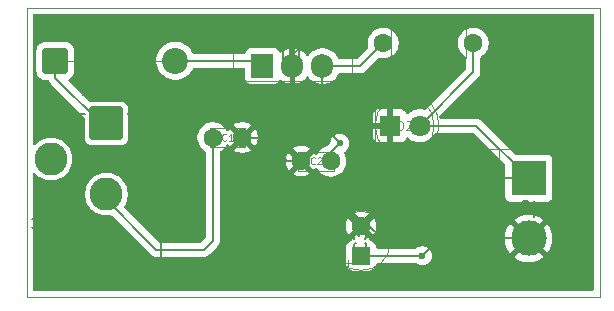
<source format=gbr>
%TF.GenerationSoftware,KiCad,Pcbnew,9.0.2*%
%TF.CreationDate,2025-06-23T12:50:11+05:30*%
%TF.ProjectId,L7805,4c373830-352e-46b6-9963-61645f706362,rev?*%
%TF.SameCoordinates,Original*%
%TF.FileFunction,Profile,NP*%
%FSLAX46Y46*%
G04 Gerber Fmt 4.6, Leading zero omitted, Abs format (unit mm)*
G04 Created by KiCad (PCBNEW 9.0.2) date 2025-06-23 12:50:11*
%MOMM*%
%LPD*%
G01*
G04 APERTURE LIST*
G04 Aperture macros list*
%AMRoundRect*
0 Rectangle with rounded corners*
0 $1 Rounding radius*
0 $2 $3 $4 $5 $6 $7 $8 $9 X,Y pos of 4 corners*
0 Add a 4 corners polygon primitive as box body*
4,1,4,$2,$3,$4,$5,$6,$7,$8,$9,$2,$3,0*
0 Add four circle primitives for the rounded corners*
1,1,$1+$1,$2,$3*
1,1,$1+$1,$4,$5*
1,1,$1+$1,$6,$7*
1,1,$1+$1,$8,$9*
0 Add four rect primitives between the rounded corners*
20,1,$1+$1,$2,$3,$4,$5,0*
20,1,$1+$1,$4,$5,$6,$7,0*
20,1,$1+$1,$6,$7,$8,$9,0*
20,1,$1+$1,$8,$9,$2,$3,0*%
G04 Aperture macros list end*
%TA.AperFunction,Profile*%
%ADD10C,0.050000*%
%TD*%
%TA.AperFunction,ComponentPad*%
%ADD11RoundRect,0.250000X0.550000X-0.550000X0.550000X0.550000X-0.550000X0.550000X-0.550000X-0.550000X0*%
%TD*%
%TA.AperFunction,ComponentPad*%
%ADD12C,1.600000*%
%TD*%
%TA.AperFunction,ComponentPad*%
%ADD13R,1.905000X2.000000*%
%TD*%
%TA.AperFunction,ComponentPad*%
%ADD14O,1.905000X2.000000*%
%TD*%
%TA.AperFunction,ComponentPad*%
%ADD15RoundRect,0.249999X-0.850001X-0.850001X0.850001X-0.850001X0.850001X0.850001X-0.850001X0.850001X0*%
%TD*%
%TA.AperFunction,ComponentPad*%
%ADD16C,2.200000*%
%TD*%
%TA.AperFunction,ComponentPad*%
%ADD17R,1.800000X1.800000*%
%TD*%
%TA.AperFunction,ComponentPad*%
%ADD18C,1.800000*%
%TD*%
%TA.AperFunction,ComponentPad*%
%ADD19R,3.000000X3.000000*%
%TD*%
%TA.AperFunction,ComponentPad*%
%ADD20C,3.000000*%
%TD*%
%TA.AperFunction,ComponentPad*%
%ADD21C,2.600000*%
%TD*%
%TA.AperFunction,ComponentPad*%
%ADD22R,2.600000X2.600000*%
%TD*%
%TA.AperFunction,ViaPad*%
%ADD23C,0.600000*%
%TD*%
%TA.AperFunction,Conductor*%
%ADD24C,0.200000*%
%TD*%
%ADD25RoundRect,0.250000X0.550000X-0.550000X0.550000X0.550000X-0.550000X0.550000X-0.550000X-0.550000X0*%
%ADD26C,1.600000*%
%ADD27R,1.905000X2.000000*%
%ADD28O,1.905000X2.000000*%
%ADD29RoundRect,0.249999X-0.850001X-0.850001X0.850001X-0.850001X0.850001X0.850001X-0.850001X0.850001X0*%
%ADD30C,2.200000*%
%ADD31R,1.800000X1.800000*%
%ADD32C,1.800000*%
%ADD33R,3.000000X3.000000*%
%ADD34C,3.000000*%
%ADD35C,2.800000*%
%ADD36RoundRect,0.100000X1.300000X1.300000X-1.300000X1.300000X-1.300000X-1.300000X1.300000X-1.300000X0*%
%ADD37C,0.150000*%
%ADD38C,0.090000*%
%ADD39C,0.120000*%
%ADD40C,0.100000*%
G04 APERTURE END LIST*
D10*
X155500000Y-93500000D02*
X204000000Y-93500000D01*
X204000000Y-118000000D01*
X155500000Y-118000000D01*
X155500000Y-93500000D01*
D11*
%TO.P,C3,1*%
%TO.N,+5V*%
X183794888Y-114500000D03*
D12*
%TO.P,C3,2*%
%TO.N,GND*%
X183794888Y-112000000D03*
%TD*%
%TO.P,C2,1*%
%TO.N,Net-(U1-OUT)*%
X181250000Y-106500000D03*
%TO.P,C2,2*%
%TO.N,GND*%
X178750000Y-106500000D03*
%TD*%
%TO.P,C1,1*%
%TO.N,Net-(C1-Pad1)*%
X171250000Y-104500000D03*
%TO.P,C1,2*%
%TO.N,GND*%
X173750000Y-104500000D03*
%TD*%
D13*
%TO.P,U1,1,IN*%
%TO.N,Net-(D1-A)*%
X175460000Y-98450000D03*
D14*
%TO.P,U1,2,GND*%
%TO.N,GND*%
X178000000Y-98450000D03*
%TO.P,U1,3,OUT*%
%TO.N,Net-(U1-OUT)*%
X180540000Y-98450000D03*
%TD*%
D15*
%TO.P,D1,1,K*%
%TO.N,+12V*%
X157920000Y-98000000D03*
D16*
%TO.P,D1,2,A*%
%TO.N,Net-(D1-A)*%
X168080000Y-98000000D03*
%TD*%
D12*
%TO.P,R1,1*%
%TO.N,Net-(U1-OUT)*%
X185690000Y-96500000D03*
%TO.P,R1,2*%
%TO.N,+5V*%
X193310000Y-96500000D03*
%TD*%
D17*
%TO.P,D2,1,K*%
%TO.N,GND*%
X186225000Y-103500000D03*
D18*
%TO.P,D2,2,A*%
%TO.N,+5V*%
X188765000Y-103500000D03*
%TD*%
D19*
%TO.P,J2,1,Pin_1*%
%TO.N,+5V*%
X198000000Y-107960000D03*
D20*
%TO.P,J2,2,Pin_2*%
%TO.N,GND*%
X198000000Y-113040000D03*
%TD*%
D21*
%TO.P,J1,3*%
%TO.N,N/C*%
X157550000Y-106300000D03*
%TO.P,J1,2*%
%TO.N,Net-(C1-Pad1)*%
X162250000Y-109300000D03*
D22*
%TO.P,J1,1*%
%TO.N,+12V*%
X162250000Y-103300000D03*
%TD*%
D23*
%TO.N,Net-(U1-OUT)*%
X182000000Y-105000000D03*
%TO.N,+5V*%
X189000000Y-114500000D03*
%TD*%
D24*
%TO.N,Net-(U1-OUT)*%
X182000000Y-105000000D02*
X180540000Y-103540000D01*
X180540000Y-103540000D02*
X180540000Y-98450000D01*
%TO.N,+5V*%
X189000000Y-114500000D02*
X195540000Y-107960000D01*
X195540000Y-107960000D02*
X198000000Y-107960000D01*
%TD*%
D25*
%TO.C,C3*%
X183794888Y-114500000D03*
D26*
X183794888Y-112000000D03*
%TD*%
%TO.C,C2*%
X181250000Y-106500000D03*
X178750000Y-106500000D03*
%TD*%
%TO.C,C1*%
X171250000Y-104500000D03*
X173750000Y-104500000D03*
%TD*%
D27*
%TO.C,U1*%
X175460000Y-98450000D03*
D28*
X178000000Y-98450000D03*
X180540000Y-98450000D03*
%TD*%
D29*
%TO.C,D1*%
X157920000Y-98000000D03*
D30*
X168080000Y-98000000D03*
%TD*%
D26*
%TO.C,R1*%
X185690000Y-96500000D03*
X193310000Y-96500000D03*
%TD*%
D31*
%TO.C,D2*%
X186225000Y-103500000D03*
D32*
X188765000Y-103500000D03*
%TD*%
D33*
%TO.C,J2*%
X198000000Y-107960000D03*
D34*
X198000000Y-113040000D03*
%TD*%
D35*
%TO.C,J1*%
X157550000Y-106300000D03*
X162250000Y-109300000D03*
D36*
X162250000Y-103300000D03*
%TD*%
G36*
X166872961Y-102444567D02*
G01*
X166905433Y-102477039D01*
X166910000Y-102500000D01*
X166910000Y-117100000D01*
X166905433Y-117122961D01*
X166872961Y-117155433D01*
X166850000Y-117160000D01*
X157650000Y-117160000D01*
X157627039Y-117155433D01*
X157594567Y-117122961D01*
X157590000Y-117100000D01*
X157590000Y-108100000D01*
X157594567Y-108077039D01*
X157627039Y-108044567D01*
X157672961Y-108044567D01*
X157705433Y-108077039D01*
X157710000Y-108100000D01*
X157710000Y-117040000D01*
X166790000Y-117040000D01*
X166790000Y-102560000D01*
X164050000Y-102560000D01*
X164027039Y-102555433D01*
X163994567Y-102522961D01*
X163994567Y-102477039D01*
X164027039Y-102444567D01*
X164050000Y-102440000D01*
X166850000Y-102440000D01*
X166872961Y-102444567D01*
G37*
G36*
X156260696Y-111767914D02*
G01*
X156262578Y-111768429D01*
X156288753Y-111781517D01*
X156290294Y-111782713D01*
X156309467Y-111804820D01*
X156310433Y-111806515D01*
X156319687Y-111834277D01*
X156319931Y-111836212D01*
X156317857Y-111865402D01*
X156317540Y-111866835D01*
X156312285Y-111880566D01*
X156312087Y-111881015D01*
X156264468Y-111976253D01*
X156264227Y-111976681D01*
X156260493Y-111982611D01*
X156259896Y-111984055D01*
X156259140Y-111985317D01*
X156257645Y-111987137D01*
X156256396Y-111989123D01*
X156255440Y-111990238D01*
X156254260Y-111991260D01*
X156249812Y-111996681D01*
X156249483Y-111997045D01*
X156195576Y-112050952D01*
X156874819Y-112050952D01*
X156874819Y-111845238D01*
X156874843Y-111844748D01*
X156876284Y-111830116D01*
X156876641Y-111828693D01*
X156887840Y-111801657D01*
X156888923Y-111800034D01*
X156909615Y-111779342D01*
X156911238Y-111778259D01*
X156938274Y-111767060D01*
X156940187Y-111766679D01*
X156969451Y-111766679D01*
X156971364Y-111767060D01*
X156998400Y-111778259D01*
X157000023Y-111779342D01*
X157020715Y-111800034D01*
X157021798Y-111801657D01*
X157032997Y-111828693D01*
X157033354Y-111830116D01*
X157034795Y-111844748D01*
X157034819Y-111845238D01*
X157034819Y-112416666D01*
X157034795Y-112417156D01*
X157033354Y-112431788D01*
X157032997Y-112433211D01*
X157021798Y-112460247D01*
X157020715Y-112461870D01*
X157000023Y-112482562D01*
X156998400Y-112483645D01*
X156971364Y-112494844D01*
X156969451Y-112495225D01*
X156940187Y-112495225D01*
X156938274Y-112494844D01*
X156911238Y-112483645D01*
X156909615Y-112482562D01*
X156888923Y-112461870D01*
X156887840Y-112460247D01*
X156876641Y-112433211D01*
X156876284Y-112431788D01*
X156874843Y-112417156D01*
X156874819Y-112416666D01*
X156874819Y-112210952D01*
X155954819Y-112210952D01*
X155954257Y-112210920D01*
X155954204Y-112210914D01*
X155954212Y-112210841D01*
X155954179Y-112210842D01*
X155954173Y-112210912D01*
X155939697Y-112209487D01*
X155938274Y-112209130D01*
X155931868Y-112206476D01*
X155925065Y-112205116D01*
X155923264Y-112204367D01*
X155917569Y-112200553D01*
X155911238Y-112197931D01*
X155909615Y-112196848D01*
X155904709Y-112191942D01*
X155898949Y-112188085D01*
X155897571Y-112186704D01*
X155893770Y-112181003D01*
X155888923Y-112176156D01*
X155887840Y-112174533D01*
X155885186Y-112168127D01*
X155881338Y-112162355D01*
X155880593Y-112160551D01*
X155879263Y-112153827D01*
X155876641Y-112147498D01*
X155876260Y-112145584D01*
X155876260Y-112138646D01*
X155874914Y-112131843D01*
X155874916Y-112129892D01*
X155876260Y-112123172D01*
X155876260Y-112116320D01*
X155876640Y-112114407D01*
X155879294Y-112107996D01*
X155880655Y-112101198D01*
X155881403Y-112099397D01*
X155885217Y-112093699D01*
X155887840Y-112087370D01*
X155888923Y-112085749D01*
X155893826Y-112080844D01*
X155897687Y-112075081D01*
X155898673Y-112073996D01*
X155909931Y-112064775D01*
X155909959Y-112064809D01*
X155910109Y-112064707D01*
X155910072Y-112064660D01*
X155910115Y-112064626D01*
X155910442Y-112064388D01*
X156046706Y-111973544D01*
X156127167Y-111893084D01*
X156168979Y-111809461D01*
X156169219Y-111809034D01*
X156177051Y-111796591D01*
X156178007Y-111795477D01*
X156200115Y-111776304D01*
X156201810Y-111775338D01*
X156229571Y-111766084D01*
X156231506Y-111765840D01*
X156260696Y-111767914D01*
G37*
G36*
X156971364Y-110957536D02*
G01*
X156998400Y-110968735D01*
X157000023Y-110969818D01*
X157020715Y-110990510D01*
X157021798Y-110992133D01*
X157032997Y-111019169D01*
X157033354Y-111020592D01*
X157034795Y-111035224D01*
X157034819Y-111035714D01*
X157034819Y-111130952D01*
X157034795Y-111131442D01*
X157034106Y-111138427D01*
X157034217Y-111139977D01*
X157034105Y-111141442D01*
X157033584Y-111143729D01*
X157033354Y-111146073D01*
X157032997Y-111147500D01*
X157032400Y-111148938D01*
X157030846Y-111155778D01*
X157030713Y-111156251D01*
X156983094Y-111299107D01*
X156982917Y-111299564D01*
X156976923Y-111312990D01*
X156976133Y-111314229D01*
X156974901Y-111315648D01*
X156974181Y-111317389D01*
X156973426Y-111318649D01*
X156964098Y-111330014D01*
X156963769Y-111330378D01*
X156868530Y-111425616D01*
X156868166Y-111425945D01*
X156856800Y-111435273D01*
X156855540Y-111436028D01*
X156853799Y-111436748D01*
X156852380Y-111437980D01*
X156851141Y-111438770D01*
X156837716Y-111444764D01*
X156837259Y-111444941D01*
X156694402Y-111492560D01*
X156693929Y-111492693D01*
X156687089Y-111494247D01*
X156685651Y-111494844D01*
X156684225Y-111495201D01*
X156681880Y-111495431D01*
X156679593Y-111495952D01*
X156678128Y-111496064D01*
X156676579Y-111495953D01*
X156669595Y-111496642D01*
X156669104Y-111496666D01*
X155954819Y-111496666D01*
X155954329Y-111496642D01*
X155939697Y-111495201D01*
X155938274Y-111494844D01*
X155911238Y-111483645D01*
X155909615Y-111482562D01*
X155888923Y-111461870D01*
X155887840Y-111460247D01*
X155876641Y-111433211D01*
X155876260Y-111431298D01*
X155876260Y-111402034D01*
X155876641Y-111400121D01*
X155887840Y-111373085D01*
X155888923Y-111371462D01*
X155909615Y-111350770D01*
X155911238Y-111349687D01*
X155938274Y-111338488D01*
X155939697Y-111338131D01*
X155954329Y-111336690D01*
X155954819Y-111336666D01*
X156656124Y-111336666D01*
X156768744Y-111299125D01*
X156837279Y-111230590D01*
X156874819Y-111117971D01*
X156874819Y-111035714D01*
X156874843Y-111035224D01*
X156876284Y-111020592D01*
X156876641Y-111019169D01*
X156887840Y-110992133D01*
X156888923Y-110990510D01*
X156909615Y-110969818D01*
X156911238Y-110968735D01*
X156938274Y-110957536D01*
X156940187Y-110957155D01*
X156969451Y-110957155D01*
X156971364Y-110957536D01*
G37*
G36*
X160472961Y-102444567D02*
G01*
X160505433Y-102477039D01*
X160505433Y-102522961D01*
X160472961Y-102555433D01*
X160450000Y-102560000D01*
X157710000Y-102560000D01*
X157710000Y-104500000D01*
X157705433Y-104522961D01*
X157672961Y-104555433D01*
X157627039Y-104555433D01*
X157594567Y-104522961D01*
X157590000Y-104500000D01*
X157590000Y-102500000D01*
X157594567Y-102477039D01*
X157627039Y-102444567D01*
X157650000Y-102440000D01*
X160450000Y-102440000D01*
X160472961Y-102444567D01*
G37*
G36*
X167112961Y-102204567D02*
G01*
X167145433Y-102237039D01*
X167150000Y-102260000D01*
X167150000Y-104000000D01*
X167145433Y-104022961D01*
X167112961Y-104055433D01*
X167067039Y-104055433D01*
X167034567Y-104022961D01*
X167030000Y-104000000D01*
X167030000Y-102320000D01*
X165350000Y-102320000D01*
X165327039Y-102315433D01*
X165294567Y-102282961D01*
X165294567Y-102237039D01*
X165327039Y-102204567D01*
X165350000Y-102200000D01*
X167090000Y-102200000D01*
X167112961Y-102204567D01*
G37*
D11*
%TO.P,C3,1*%
%TO.N,+5V*%
X183794888Y-114500000D03*
D12*
%TO.P,C3,2*%
%TO.N,GND*%
X183794888Y-112000000D03*
%TD*%
%TO.P,C2,1*%
%TO.N,Net-(U1-OUT)*%
X181250000Y-106500000D03*
%TO.P,C2,2*%
%TO.N,GND*%
X178750000Y-106500000D03*
%TD*%
%TO.P,C1,1*%
%TO.N,Net-(C1-Pad1)*%
X171250000Y-104500000D03*
%TO.P,C1,2*%
%TO.N,GND*%
X173750000Y-104500000D03*
%TD*%
D13*
%TO.P,U1,1,IN*%
%TO.N,Net-(D1-A)*%
X175460000Y-98450000D03*
D14*
%TO.P,U1,2,GND*%
%TO.N,GND*%
X178000000Y-98450000D03*
%TO.P,U1,3,OUT*%
%TO.N,Net-(U1-OUT)*%
X180540000Y-98450000D03*
%TD*%
D15*
%TO.P,D1,1,K*%
%TO.N,+12V*%
X157920000Y-98000000D03*
D16*
%TO.P,D1,2,A*%
%TO.N,Net-(D1-A)*%
X168080000Y-98000000D03*
%TD*%
D12*
%TO.P,R1,1*%
%TO.N,Net-(U1-OUT)*%
X185690000Y-96500000D03*
%TO.P,R1,2*%
%TO.N,+5V*%
X193310000Y-96500000D03*
%TD*%
D17*
%TO.P,D2,1,K*%
%TO.N,GND*%
X186225000Y-103500000D03*
D18*
%TO.P,D2,2,A*%
%TO.N,+5V*%
X188765000Y-103500000D03*
%TD*%
D19*
%TO.P,J2,1,Pin_1*%
%TO.N,+5V*%
X198000000Y-107960000D03*
D20*
%TO.P,J2,2,Pin_2*%
%TO.N,GND*%
X198000000Y-113040000D03*
%TD*%
D21*
%TO.P,J1,3*%
%TO.N,N/C*%
X157550000Y-106300000D03*
%TO.P,J1,2*%
%TO.N,Net-(C1-Pad1)*%
X162250000Y-109300000D03*
D22*
%TO.P,J1,1*%
%TO.N,+12V*%
X162250000Y-103300000D03*
%TD*%
D23*
%TO.N,Net-(U1-OUT)*%
X182000000Y-105000000D03*
%TO.N,+5V*%
X189000000Y-114500000D03*
%TD*%
D24*
%TO.N,Net-(C1-Pad1)*%
X171250000Y-113250000D02*
X171250000Y-104500000D01*
X170500000Y-114000000D02*
X171250000Y-113250000D01*
X166450000Y-114000000D02*
X170500000Y-114000000D01*
X161750000Y-109300000D02*
X166450000Y-114000000D01*
%TO.N,Net-(U1-OUT)*%
X181250000Y-105750000D02*
X182000000Y-105000000D01*
X181250000Y-106500000D02*
X181250000Y-105750000D01*
%TO.N,+5V*%
X183794888Y-114500000D02*
X189000000Y-114500000D01*
%TO.N,Net-(U1-OUT)*%
X183740000Y-98450000D02*
X185690000Y-96500000D01*
X180540000Y-98450000D02*
X183740000Y-98450000D01*
%TO.N,+5V*%
X193310000Y-98955000D02*
X188765000Y-103500000D01*
X193310000Y-96500000D02*
X193310000Y-98955000D01*
X193540000Y-103500000D02*
X198000000Y-107960000D01*
X188765000Y-103500000D02*
X193540000Y-103500000D01*
%TO.N,GND*%
X185540000Y-113040000D02*
X198000000Y-113040000D01*
X184500000Y-112000000D02*
X185540000Y-113040000D01*
X183794888Y-112000000D02*
X184500000Y-112000000D01*
X181750000Y-103500000D02*
X186225000Y-103500000D01*
X178750000Y-106500000D02*
X181750000Y-103500000D01*
X183794888Y-111544888D02*
X183794888Y-112000000D01*
X178750000Y-106500000D02*
X183794888Y-111544888D01*
X175500000Y-104500000D02*
X173750000Y-104500000D01*
X177500000Y-106500000D02*
X175500000Y-104500000D01*
X178750000Y-106500000D02*
X177500000Y-106500000D01*
X178000000Y-100250000D02*
X173750000Y-104500000D01*
X178000000Y-98450000D02*
X178000000Y-100250000D01*
%TO.N,Net-(D1-A)*%
X175010000Y-98000000D02*
X175460000Y-98450000D01*
X168080000Y-98000000D02*
X175010000Y-98000000D01*
%TO.N,+12V*%
X161750000Y-103300000D02*
X157920000Y-99470000D01*
X157920000Y-99470000D02*
X157920000Y-98000000D01*
X162000000Y-103000000D02*
X161750000Y-103250000D01*
X161750000Y-103300000D02*
X161750000Y-103250000D01*
%TD*%
%TA.AperFunction,Conductor*%
%TO.N,GND*%
G36*
X203442539Y-94020185D02*
G01*
X203488294Y-94072989D01*
X203499500Y-94124500D01*
X203499500Y-117375500D01*
X203479815Y-117442539D01*
X203427011Y-117488294D01*
X203375500Y-117499500D01*
X156124500Y-117499500D01*
X156057461Y-117479815D01*
X156011706Y-117427011D01*
X156000500Y-117375500D01*
X156000500Y-109181995D01*
X160449500Y-109181995D01*
X160449500Y-109418004D01*
X160449501Y-109418020D01*
X160461330Y-109507873D01*
X160480307Y-109652014D01*
X160493791Y-109702335D01*
X160541394Y-109879993D01*
X160631714Y-110098045D01*
X160631719Y-110098056D01*
X160702677Y-110220957D01*
X160749727Y-110302450D01*
X160749729Y-110302453D01*
X160749730Y-110302454D01*
X160893406Y-110489697D01*
X160893412Y-110489704D01*
X161060295Y-110656587D01*
X161060301Y-110656592D01*
X161247550Y-110800273D01*
X161378918Y-110876118D01*
X161451943Y-110918280D01*
X161451948Y-110918282D01*
X161451951Y-110918284D01*
X161670007Y-111008606D01*
X161897986Y-111069693D01*
X162131989Y-111100500D01*
X162131996Y-111100500D01*
X162368004Y-111100500D01*
X162368011Y-111100500D01*
X162601868Y-111069712D01*
X162670903Y-111080478D01*
X162705734Y-111104970D01*
X166081284Y-114480520D01*
X166081286Y-114480521D01*
X166081290Y-114480524D01*
X166218209Y-114559573D01*
X166218216Y-114559577D01*
X166370943Y-114600501D01*
X166370945Y-114600501D01*
X166536654Y-114600501D01*
X166536670Y-114600500D01*
X170413331Y-114600500D01*
X170413347Y-114600501D01*
X170420943Y-114600501D01*
X170579054Y-114600501D01*
X170579057Y-114600501D01*
X170731785Y-114559577D01*
X170781904Y-114530639D01*
X170868716Y-114480520D01*
X170980520Y-114368716D01*
X170980520Y-114368714D01*
X170990728Y-114358507D01*
X170990730Y-114358504D01*
X171449251Y-113899983D01*
X182494388Y-113899983D01*
X182494388Y-115100001D01*
X182494389Y-115100018D01*
X182504888Y-115202796D01*
X182504889Y-115202799D01*
X182560073Y-115369331D01*
X182560074Y-115369334D01*
X182652176Y-115518656D01*
X182776232Y-115642712D01*
X182925554Y-115734814D01*
X183092091Y-115789999D01*
X183194879Y-115800500D01*
X184394896Y-115800499D01*
X184497685Y-115789999D01*
X184664222Y-115734814D01*
X184813544Y-115642712D01*
X184937600Y-115518656D01*
X185029702Y-115369334D01*
X185084887Y-115202797D01*
X185084887Y-115202793D01*
X185085800Y-115198533D01*
X185119087Y-115137102D01*
X185180302Y-115103419D01*
X185207051Y-115100500D01*
X188420234Y-115100500D01*
X188487273Y-115120185D01*
X188489125Y-115121398D01*
X188620814Y-115209390D01*
X188620827Y-115209397D01*
X188766498Y-115269735D01*
X188766503Y-115269737D01*
X188921153Y-115300499D01*
X188921156Y-115300500D01*
X188921158Y-115300500D01*
X189078844Y-115300500D01*
X189078845Y-115300499D01*
X189233497Y-115269737D01*
X189379179Y-115209394D01*
X189510289Y-115121789D01*
X189621789Y-115010289D01*
X189709394Y-114879179D01*
X189769737Y-114733497D01*
X189800500Y-114578842D01*
X189800500Y-114421158D01*
X189800500Y-114421155D01*
X189800499Y-114421153D01*
X189769737Y-114266503D01*
X189722937Y-114153516D01*
X189709397Y-114120827D01*
X189709390Y-114120814D01*
X189621789Y-113989711D01*
X189621786Y-113989707D01*
X189510292Y-113878213D01*
X189510288Y-113878210D01*
X189379185Y-113790609D01*
X189379172Y-113790602D01*
X189233501Y-113730264D01*
X189233489Y-113730261D01*
X189078845Y-113699500D01*
X189078842Y-113699500D01*
X188921158Y-113699500D01*
X188921155Y-113699500D01*
X188766510Y-113730261D01*
X188766498Y-113730264D01*
X188620827Y-113790602D01*
X188620814Y-113790609D01*
X188489125Y-113878602D01*
X188422447Y-113899480D01*
X188420234Y-113899500D01*
X185207051Y-113899500D01*
X185140012Y-113879815D01*
X185094257Y-113827011D01*
X185085799Y-113801459D01*
X185084888Y-113797207D01*
X185082701Y-113790606D01*
X185029702Y-113630666D01*
X184937600Y-113481344D01*
X184813544Y-113357288D01*
X184664222Y-113265186D01*
X184602446Y-113244715D01*
X184545003Y-113204943D01*
X184518180Y-113140427D01*
X184517834Y-113117280D01*
X184520809Y-113079473D01*
X184433871Y-112992535D01*
X184350241Y-112908905D01*
X196000000Y-112908905D01*
X196000000Y-113171094D01*
X196034220Y-113431009D01*
X196034222Y-113431020D01*
X196102075Y-113684255D01*
X196202404Y-113926471D01*
X196202409Y-113926482D01*
X196333488Y-114153516D01*
X196333494Y-114153524D01*
X196420080Y-114266365D01*
X197314767Y-113371677D01*
X197326497Y-113399995D01*
X197409670Y-113524472D01*
X197515528Y-113630330D01*
X197640005Y-113713503D01*
X197668320Y-113725231D01*
X196773633Y-114619917D01*
X196773633Y-114619918D01*
X196886475Y-114706505D01*
X196886483Y-114706511D01*
X197113517Y-114837590D01*
X197113528Y-114837595D01*
X197355744Y-114937924D01*
X197608979Y-115005777D01*
X197608990Y-115005779D01*
X197868905Y-115039999D01*
X197868920Y-115040000D01*
X198131080Y-115040000D01*
X198131094Y-115039999D01*
X198391009Y-115005779D01*
X198391020Y-115005777D01*
X198644255Y-114937924D01*
X198886471Y-114837595D01*
X198886482Y-114837590D01*
X199113516Y-114706511D01*
X199113534Y-114706499D01*
X199226365Y-114619919D01*
X199226365Y-114619917D01*
X198331679Y-113725231D01*
X198359995Y-113713503D01*
X198484472Y-113630330D01*
X198590330Y-113524472D01*
X198673503Y-113399995D01*
X198685231Y-113371679D01*
X199579917Y-114266365D01*
X199579919Y-114266365D01*
X199666499Y-114153534D01*
X199666511Y-114153516D01*
X199797590Y-113926482D01*
X199797595Y-113926471D01*
X199897924Y-113684255D01*
X199965777Y-113431020D01*
X199965779Y-113431009D01*
X199999999Y-113171094D01*
X200000000Y-113171080D01*
X200000000Y-112908919D01*
X199999999Y-112908905D01*
X199965779Y-112648990D01*
X199965777Y-112648979D01*
X199897924Y-112395744D01*
X199797595Y-112153528D01*
X199797590Y-112153517D01*
X199666511Y-111926483D01*
X199666505Y-111926475D01*
X199579918Y-111813633D01*
X199579917Y-111813633D01*
X198685231Y-112708320D01*
X198673503Y-112680005D01*
X198590330Y-112555528D01*
X198484472Y-112449670D01*
X198359995Y-112366497D01*
X198331677Y-112354767D01*
X199226365Y-111460080D01*
X199113524Y-111373494D01*
X199113516Y-111373488D01*
X198886482Y-111242409D01*
X198886471Y-111242404D01*
X198644255Y-111142075D01*
X198391020Y-111074222D01*
X198391009Y-111074220D01*
X198131094Y-111040000D01*
X197868905Y-111040000D01*
X197608990Y-111074220D01*
X197608979Y-111074222D01*
X197355744Y-111142075D01*
X197113528Y-111242404D01*
X197113517Y-111242409D01*
X196886471Y-111373496D01*
X196773633Y-111460079D01*
X196773633Y-111460080D01*
X197668321Y-112354768D01*
X197640005Y-112366497D01*
X197515528Y-112449670D01*
X197409670Y-112555528D01*
X197326497Y-112680005D01*
X197314768Y-112708321D01*
X196420080Y-111813633D01*
X196420079Y-111813633D01*
X196333496Y-111926471D01*
X196202409Y-112153517D01*
X196202404Y-112153528D01*
X196102075Y-112395744D01*
X196034222Y-112648979D01*
X196034220Y-112648990D01*
X196000000Y-112908905D01*
X184350241Y-112908905D01*
X183841335Y-112400000D01*
X183847549Y-112400000D01*
X183949282Y-112372741D01*
X184040494Y-112320080D01*
X184114968Y-112245606D01*
X184167629Y-112154394D01*
X184194888Y-112052661D01*
X184194888Y-112046447D01*
X184874362Y-112725921D01*
X184906747Y-112681349D01*
X184999643Y-112499031D01*
X185062878Y-112304417D01*
X185094888Y-112102317D01*
X185094888Y-111897682D01*
X185062878Y-111695582D01*
X185014389Y-111546352D01*
X185014388Y-111546350D01*
X184999643Y-111500970D01*
X184906747Y-111318650D01*
X184874362Y-111274077D01*
X184874362Y-111274076D01*
X184194888Y-111953551D01*
X184194888Y-111947339D01*
X184167629Y-111845606D01*
X184114968Y-111754394D01*
X184040494Y-111679920D01*
X183949282Y-111627259D01*
X183847549Y-111600000D01*
X183841334Y-111600000D01*
X184520810Y-110920524D01*
X184520809Y-110920523D01*
X184476247Y-110888147D01*
X184476238Y-110888141D01*
X184293919Y-110795244D01*
X184099305Y-110732009D01*
X183897205Y-110700000D01*
X183692571Y-110700000D01*
X183490470Y-110732009D01*
X183295856Y-110795244D01*
X183113532Y-110888143D01*
X183068965Y-110920523D01*
X183068965Y-110920524D01*
X183748442Y-111600000D01*
X183742227Y-111600000D01*
X183640494Y-111627259D01*
X183549282Y-111679920D01*
X183474808Y-111754394D01*
X183422147Y-111845606D01*
X183394888Y-111947339D01*
X183394888Y-111953553D01*
X182715412Y-111274077D01*
X182715411Y-111274077D01*
X182683031Y-111318644D01*
X182590132Y-111500968D01*
X182526897Y-111695582D01*
X182494888Y-111897682D01*
X182494888Y-112102317D01*
X182526897Y-112304417D01*
X182590132Y-112499031D01*
X182683029Y-112681350D01*
X182683035Y-112681359D01*
X182715411Y-112725921D01*
X182715412Y-112725922D01*
X183394888Y-112046446D01*
X183394888Y-112052661D01*
X183422147Y-112154394D01*
X183474808Y-112245606D01*
X183549282Y-112320080D01*
X183640494Y-112372741D01*
X183742227Y-112400000D01*
X183748441Y-112400000D01*
X183068964Y-113079474D01*
X183071940Y-113117282D01*
X183057575Y-113185659D01*
X183008524Y-113235415D01*
X182987328Y-113244715D01*
X182925560Y-113265184D01*
X182925551Y-113265187D01*
X182776230Y-113357289D01*
X182652177Y-113481342D01*
X182560075Y-113630663D01*
X182560074Y-113630666D01*
X182504889Y-113797203D01*
X182504889Y-113797204D01*
X182504888Y-113797204D01*
X182494388Y-113899983D01*
X171449251Y-113899983D01*
X171618713Y-113730521D01*
X171618716Y-113730520D01*
X171730520Y-113618716D01*
X171780639Y-113531904D01*
X171809577Y-113481785D01*
X171850500Y-113329057D01*
X171850500Y-113170943D01*
X171850500Y-106397682D01*
X177450000Y-106397682D01*
X177450000Y-106602317D01*
X177482009Y-106804417D01*
X177545244Y-106999031D01*
X177638141Y-107181350D01*
X177638147Y-107181359D01*
X177670523Y-107225921D01*
X177670524Y-107225922D01*
X178350000Y-106546446D01*
X178350000Y-106552661D01*
X178377259Y-106654394D01*
X178429920Y-106745606D01*
X178504394Y-106820080D01*
X178595606Y-106872741D01*
X178697339Y-106900000D01*
X178703553Y-106900000D01*
X178024076Y-107579474D01*
X178068650Y-107611859D01*
X178250968Y-107704755D01*
X178445582Y-107767990D01*
X178647683Y-107800000D01*
X178852317Y-107800000D01*
X179054417Y-107767990D01*
X179249031Y-107704755D01*
X179431349Y-107611859D01*
X179475921Y-107579474D01*
X178796447Y-106900000D01*
X178802661Y-106900000D01*
X178904394Y-106872741D01*
X178995606Y-106820080D01*
X179070080Y-106745606D01*
X179122741Y-106654394D01*
X179150000Y-106552661D01*
X179150000Y-106546447D01*
X179829474Y-107225921D01*
X179861859Y-107181349D01*
X179889233Y-107127624D01*
X179937207Y-107076827D01*
X180005028Y-107060031D01*
X180071163Y-107082567D01*
X180110203Y-107127621D01*
X180137713Y-107181611D01*
X180258028Y-107347213D01*
X180402786Y-107491971D01*
X180523226Y-107579474D01*
X180568390Y-107612287D01*
X180684607Y-107671503D01*
X180750776Y-107705218D01*
X180750778Y-107705218D01*
X180750781Y-107705220D01*
X180855137Y-107739127D01*
X180945465Y-107768477D01*
X181046557Y-107784488D01*
X181147648Y-107800500D01*
X181147649Y-107800500D01*
X181352351Y-107800500D01*
X181352352Y-107800500D01*
X181554534Y-107768477D01*
X181749219Y-107705220D01*
X181931610Y-107612287D01*
X182044448Y-107530306D01*
X182097213Y-107491971D01*
X182097215Y-107491968D01*
X182097219Y-107491966D01*
X182241966Y-107347219D01*
X182241968Y-107347215D01*
X182241971Y-107347213D01*
X182294732Y-107274590D01*
X182362287Y-107181610D01*
X182455220Y-106999219D01*
X182518477Y-106804534D01*
X182550500Y-106602352D01*
X182550500Y-106397648D01*
X182542257Y-106345606D01*
X182518477Y-106195465D01*
X182460231Y-106016204D01*
X182455220Y-106000781D01*
X182455218Y-106000778D01*
X182455218Y-106000776D01*
X182375171Y-105843676D01*
X182362275Y-105775007D01*
X182388551Y-105710266D01*
X182416761Y-105684282D01*
X182510289Y-105621789D01*
X182621789Y-105510289D01*
X182709394Y-105379179D01*
X182769737Y-105233497D01*
X182800500Y-105078842D01*
X182800500Y-104921158D01*
X182800500Y-104921155D01*
X182800499Y-104921153D01*
X182795018Y-104893598D01*
X182769737Y-104766503D01*
X182769735Y-104766498D01*
X182709397Y-104620827D01*
X182709390Y-104620814D01*
X182621789Y-104489711D01*
X182621786Y-104489707D01*
X182510292Y-104378213D01*
X182510288Y-104378210D01*
X182379185Y-104290609D01*
X182379172Y-104290602D01*
X182233501Y-104230264D01*
X182233489Y-104230261D01*
X182078845Y-104199500D01*
X182078842Y-104199500D01*
X181921158Y-104199500D01*
X181921155Y-104199500D01*
X181766510Y-104230261D01*
X181766498Y-104230264D01*
X181620827Y-104290602D01*
X181620814Y-104290609D01*
X181489711Y-104378210D01*
X181489707Y-104378213D01*
X181378213Y-104489707D01*
X181378210Y-104489711D01*
X181290609Y-104620814D01*
X181290602Y-104620827D01*
X181230264Y-104766498D01*
X181230261Y-104766508D01*
X181199361Y-104921850D01*
X181166976Y-104983761D01*
X181165425Y-104985339D01*
X180927671Y-105223093D01*
X180878309Y-105253343D01*
X180750776Y-105294781D01*
X180568386Y-105387715D01*
X180402786Y-105508028D01*
X180258028Y-105652786D01*
X180137714Y-105818386D01*
X180110203Y-105872379D01*
X180062227Y-105923174D01*
X179994406Y-105939968D01*
X179928272Y-105917429D01*
X179889234Y-105872376D01*
X179861861Y-105818652D01*
X179829474Y-105774077D01*
X179829474Y-105774076D01*
X179150000Y-106453551D01*
X179150000Y-106447339D01*
X179122741Y-106345606D01*
X179070080Y-106254394D01*
X178995606Y-106179920D01*
X178904394Y-106127259D01*
X178802661Y-106100000D01*
X178796446Y-106100000D01*
X179475922Y-105420524D01*
X179475921Y-105420523D01*
X179431359Y-105388147D01*
X179431350Y-105388141D01*
X179249031Y-105295244D01*
X179054417Y-105232009D01*
X178852317Y-105200000D01*
X178647683Y-105200000D01*
X178445582Y-105232009D01*
X178250968Y-105295244D01*
X178068644Y-105388143D01*
X178024077Y-105420523D01*
X178024077Y-105420524D01*
X178703554Y-106100000D01*
X178697339Y-106100000D01*
X178595606Y-106127259D01*
X178504394Y-106179920D01*
X178429920Y-106254394D01*
X178377259Y-106345606D01*
X178350000Y-106447339D01*
X178350000Y-106453553D01*
X177670524Y-105774077D01*
X177670523Y-105774077D01*
X177638143Y-105818644D01*
X177545244Y-106000968D01*
X177482009Y-106195582D01*
X177450000Y-106397682D01*
X171850500Y-106397682D01*
X171850500Y-105729601D01*
X171870185Y-105662562D01*
X171918206Y-105619116D01*
X171931610Y-105612287D01*
X172097219Y-105491966D01*
X172241966Y-105347219D01*
X172241968Y-105347215D01*
X172241971Y-105347213D01*
X172362286Y-105181611D01*
X172362415Y-105181359D01*
X172389795Y-105127621D01*
X172437769Y-105076826D01*
X172505589Y-105060030D01*
X172571725Y-105082567D01*
X172610765Y-105127621D01*
X172638141Y-105181350D01*
X172638147Y-105181359D01*
X172670523Y-105225921D01*
X172670524Y-105225922D01*
X173350000Y-104546446D01*
X173350000Y-104552661D01*
X173377259Y-104654394D01*
X173429920Y-104745606D01*
X173504394Y-104820080D01*
X173595606Y-104872741D01*
X173697339Y-104900000D01*
X173703553Y-104900000D01*
X173024076Y-105579474D01*
X173068650Y-105611859D01*
X173250968Y-105704755D01*
X173445582Y-105767990D01*
X173647683Y-105800000D01*
X173852317Y-105800000D01*
X174054417Y-105767990D01*
X174249031Y-105704755D01*
X174431349Y-105611859D01*
X174475921Y-105579474D01*
X174475922Y-105579474D01*
X174451912Y-105555464D01*
X173796447Y-104900000D01*
X173802661Y-104900000D01*
X173904394Y-104872741D01*
X173995606Y-104820080D01*
X174070080Y-104745606D01*
X174122741Y-104654394D01*
X174150000Y-104552661D01*
X174150000Y-104546448D01*
X174829474Y-105225922D01*
X174829474Y-105225921D01*
X174861859Y-105181349D01*
X174954755Y-104999031D01*
X175017990Y-104804417D01*
X175050000Y-104602317D01*
X175050000Y-104397682D01*
X175017990Y-104195582D01*
X174954755Y-104000968D01*
X174861859Y-103818650D01*
X174829474Y-103774077D01*
X174829474Y-103774076D01*
X174150000Y-104453551D01*
X174150000Y-104447339D01*
X174122741Y-104345606D01*
X174070080Y-104254394D01*
X173995606Y-104179920D01*
X173904394Y-104127259D01*
X173802661Y-104100000D01*
X173796446Y-104100000D01*
X174475922Y-103420524D01*
X174475921Y-103420523D01*
X174431359Y-103388147D01*
X174431350Y-103388141D01*
X174249031Y-103295244D01*
X174054417Y-103232009D01*
X173852317Y-103200000D01*
X173647683Y-103200000D01*
X173445582Y-103232009D01*
X173250968Y-103295244D01*
X173068644Y-103388143D01*
X173024077Y-103420523D01*
X173024077Y-103420524D01*
X173703554Y-104100000D01*
X173697339Y-104100000D01*
X173595606Y-104127259D01*
X173504394Y-104179920D01*
X173429920Y-104254394D01*
X173377259Y-104345606D01*
X173350000Y-104447339D01*
X173350000Y-104453553D01*
X172670524Y-103774077D01*
X172670523Y-103774077D01*
X172638143Y-103818644D01*
X172610765Y-103872378D01*
X172562790Y-103923174D01*
X172494969Y-103939969D01*
X172428834Y-103917431D01*
X172389795Y-103872378D01*
X172383534Y-103860090D01*
X172362287Y-103818390D01*
X172362285Y-103818387D01*
X172362284Y-103818385D01*
X172241971Y-103652786D01*
X172097213Y-103508028D01*
X171931613Y-103387715D01*
X171931612Y-103387714D01*
X171931610Y-103387713D01*
X171874653Y-103358691D01*
X171749223Y-103294781D01*
X171554534Y-103231522D01*
X171379995Y-103203878D01*
X171352352Y-103199500D01*
X171147648Y-103199500D01*
X171123329Y-103203351D01*
X170945465Y-103231522D01*
X170750776Y-103294781D01*
X170568386Y-103387715D01*
X170402786Y-103508028D01*
X170258028Y-103652786D01*
X170137715Y-103818386D01*
X170044781Y-104000776D01*
X169981522Y-104195465D01*
X169949500Y-104397648D01*
X169949500Y-104602351D01*
X169981522Y-104804534D01*
X170044781Y-104999223D01*
X170085000Y-105078156D01*
X170137585Y-105181359D01*
X170137715Y-105181613D01*
X170258028Y-105347213D01*
X170258034Y-105347219D01*
X170402781Y-105491966D01*
X170568390Y-105612287D01*
X170581793Y-105619116D01*
X170632589Y-105667088D01*
X170649500Y-105729601D01*
X170649500Y-112949903D01*
X170629815Y-113016942D01*
X170613181Y-113037584D01*
X170287584Y-113363181D01*
X170226261Y-113396666D01*
X170199903Y-113399500D01*
X166750098Y-113399500D01*
X166683059Y-113379815D01*
X166662417Y-113363181D01*
X163762654Y-110463418D01*
X163729169Y-110402095D01*
X163734153Y-110332403D01*
X163748652Y-110306252D01*
X163748016Y-110305827D01*
X163750262Y-110302463D01*
X163750273Y-110302450D01*
X163868284Y-110098049D01*
X163958606Y-109879993D01*
X164019693Y-109652014D01*
X164050500Y-109418011D01*
X164050500Y-109181989D01*
X164019693Y-108947986D01*
X163958606Y-108720007D01*
X163868284Y-108501951D01*
X163868282Y-108501948D01*
X163868280Y-108501943D01*
X163826118Y-108428918D01*
X163750273Y-108297550D01*
X163606592Y-108110301D01*
X163606587Y-108110295D01*
X163439704Y-107943412D01*
X163439697Y-107943406D01*
X163252454Y-107799730D01*
X163252453Y-107799729D01*
X163252450Y-107799727D01*
X163170957Y-107752677D01*
X163048056Y-107681719D01*
X163048045Y-107681714D01*
X162829993Y-107591394D01*
X162602010Y-107530306D01*
X162368020Y-107499501D01*
X162368017Y-107499500D01*
X162368011Y-107499500D01*
X162131989Y-107499500D01*
X162131983Y-107499500D01*
X162131979Y-107499501D01*
X161897989Y-107530306D01*
X161670006Y-107591394D01*
X161451954Y-107681714D01*
X161451943Y-107681719D01*
X161247545Y-107799730D01*
X161060302Y-107943406D01*
X161060295Y-107943412D01*
X160893412Y-108110295D01*
X160893406Y-108110302D01*
X160749730Y-108297545D01*
X160631719Y-108501943D01*
X160631714Y-108501954D01*
X160541394Y-108720006D01*
X160480306Y-108947989D01*
X160449501Y-109181979D01*
X160449500Y-109181995D01*
X156000500Y-109181995D01*
X156000500Y-107596154D01*
X156020185Y-107529115D01*
X156072989Y-107483360D01*
X156142147Y-107473416D01*
X156205703Y-107502441D01*
X156212181Y-107508473D01*
X156360295Y-107656587D01*
X156360302Y-107656593D01*
X156393043Y-107681716D01*
X156547550Y-107800273D01*
X156678918Y-107876118D01*
X156751943Y-107918280D01*
X156751948Y-107918282D01*
X156751951Y-107918284D01*
X156970007Y-108008606D01*
X157197986Y-108069693D01*
X157431989Y-108100500D01*
X157431996Y-108100500D01*
X157668004Y-108100500D01*
X157668011Y-108100500D01*
X157902014Y-108069693D01*
X158129993Y-108008606D01*
X158348049Y-107918284D01*
X158552450Y-107800273D01*
X158739699Y-107656592D01*
X158906592Y-107489699D01*
X159050273Y-107302450D01*
X159168284Y-107098049D01*
X159258606Y-106879993D01*
X159319693Y-106652014D01*
X159350500Y-106418011D01*
X159350500Y-106181989D01*
X159319693Y-105947986D01*
X159258606Y-105720007D01*
X159168284Y-105501951D01*
X159168282Y-105501948D01*
X159168280Y-105501943D01*
X159121272Y-105420524D01*
X159050273Y-105297550D01*
X159001127Y-105233501D01*
X158906591Y-105110299D01*
X158739704Y-104943412D01*
X158739697Y-104943406D01*
X158552454Y-104799730D01*
X158552453Y-104799729D01*
X158552450Y-104799727D01*
X158458710Y-104745606D01*
X158348056Y-104681719D01*
X158348045Y-104681714D01*
X158129993Y-104591394D01*
X157902014Y-104530307D01*
X157902013Y-104530306D01*
X157902010Y-104530306D01*
X157668020Y-104499501D01*
X157668017Y-104499500D01*
X157668011Y-104499500D01*
X157431989Y-104499500D01*
X157431983Y-104499500D01*
X157431979Y-104499501D01*
X157197989Y-104530306D01*
X156970006Y-104591394D01*
X156751954Y-104681714D01*
X156751943Y-104681719D01*
X156560909Y-104792014D01*
X156550722Y-104797896D01*
X156547545Y-104799730D01*
X156360302Y-104943406D01*
X156360295Y-104943412D01*
X156212181Y-105091527D01*
X156150858Y-105125012D01*
X156081166Y-105120028D01*
X156025233Y-105078156D01*
X156000816Y-105012692D01*
X156000500Y-105003846D01*
X156000500Y-97099982D01*
X156319500Y-97099982D01*
X156319500Y-98900017D01*
X156330000Y-99002796D01*
X156385185Y-99169332D01*
X156385187Y-99169337D01*
X156395949Y-99186785D01*
X156477288Y-99318656D01*
X156601344Y-99442712D01*
X156750665Y-99534814D01*
X156917202Y-99589999D01*
X157019990Y-99600500D01*
X157238135Y-99600500D01*
X157305174Y-99620185D01*
X157350044Y-99671092D01*
X157354957Y-99681386D01*
X157360423Y-99701785D01*
X157382612Y-99740217D01*
X157421483Y-99807544D01*
X157439479Y-99838714D01*
X157439481Y-99838717D01*
X157558349Y-99957585D01*
X157558355Y-99957590D01*
X160413181Y-102812416D01*
X160446666Y-102873739D01*
X160449500Y-102900097D01*
X160449500Y-104647870D01*
X160449501Y-104647876D01*
X160455908Y-104707483D01*
X160506202Y-104842328D01*
X160506206Y-104842335D01*
X160592452Y-104957544D01*
X160592455Y-104957547D01*
X160707664Y-105043793D01*
X160707671Y-105043797D01*
X160842517Y-105094091D01*
X160842516Y-105094091D01*
X160849444Y-105094835D01*
X160902127Y-105100500D01*
X163597872Y-105100499D01*
X163657483Y-105094091D01*
X163792331Y-105043796D01*
X163907546Y-104957546D01*
X163993796Y-104842331D01*
X164044091Y-104707483D01*
X164050500Y-104647873D01*
X164050499Y-102552155D01*
X184825000Y-102552155D01*
X184825000Y-103250000D01*
X185849722Y-103250000D01*
X185805667Y-103326306D01*
X185775000Y-103440756D01*
X185775000Y-103559244D01*
X185805667Y-103673694D01*
X185849722Y-103750000D01*
X184825000Y-103750000D01*
X184825000Y-104447844D01*
X184831401Y-104507372D01*
X184831403Y-104507379D01*
X184881645Y-104642086D01*
X184881649Y-104642093D01*
X184967809Y-104757187D01*
X184967812Y-104757190D01*
X185082906Y-104843350D01*
X185082913Y-104843354D01*
X185217620Y-104893596D01*
X185217627Y-104893598D01*
X185277155Y-104899999D01*
X185277172Y-104900000D01*
X185975000Y-104900000D01*
X185975000Y-103875277D01*
X186051306Y-103919333D01*
X186165756Y-103950000D01*
X186284244Y-103950000D01*
X186398694Y-103919333D01*
X186475000Y-103875277D01*
X186475000Y-104900000D01*
X187172828Y-104900000D01*
X187172844Y-104899999D01*
X187232372Y-104893598D01*
X187232379Y-104893596D01*
X187367086Y-104843354D01*
X187367093Y-104843350D01*
X187482187Y-104757190D01*
X187482190Y-104757187D01*
X187568350Y-104642093D01*
X187568354Y-104642086D01*
X187598213Y-104562031D01*
X187640084Y-104506097D01*
X187705548Y-104481680D01*
X187773821Y-104496531D01*
X187802076Y-104517683D01*
X187852636Y-104568243D01*
X187852641Y-104568247D01*
X187962226Y-104647864D01*
X188030978Y-104697815D01*
X188147501Y-104757187D01*
X188227393Y-104797895D01*
X188227396Y-104797896D01*
X188295673Y-104820080D01*
X188437049Y-104866015D01*
X188654778Y-104900500D01*
X188654779Y-104900500D01*
X188875221Y-104900500D01*
X188875222Y-104900500D01*
X189092951Y-104866015D01*
X189302606Y-104797895D01*
X189499022Y-104697815D01*
X189677365Y-104568242D01*
X189833242Y-104412365D01*
X189962815Y-104234022D01*
X189980405Y-104199500D01*
X189996352Y-104168204D01*
X190044326Y-104117409D01*
X190106836Y-104100500D01*
X193239903Y-104100500D01*
X193306942Y-104120185D01*
X193327584Y-104136819D01*
X195963181Y-106772416D01*
X195996666Y-106833739D01*
X195999500Y-106860097D01*
X195999500Y-109507870D01*
X195999501Y-109507876D01*
X196005908Y-109567483D01*
X196056202Y-109702328D01*
X196056206Y-109702335D01*
X196142452Y-109817544D01*
X196142455Y-109817547D01*
X196257664Y-109903793D01*
X196257671Y-109903797D01*
X196392517Y-109954091D01*
X196392516Y-109954091D01*
X196399444Y-109954835D01*
X196452127Y-109960500D01*
X199547872Y-109960499D01*
X199607483Y-109954091D01*
X199742331Y-109903796D01*
X199857546Y-109817546D01*
X199943796Y-109702331D01*
X199994091Y-109567483D01*
X200000500Y-109507873D01*
X200000499Y-106412128D01*
X199994091Y-106352517D01*
X199991513Y-106345606D01*
X199943797Y-106217671D01*
X199943793Y-106217664D01*
X199857547Y-106102455D01*
X199857544Y-106102452D01*
X199742335Y-106016206D01*
X199742328Y-106016202D01*
X199607482Y-105965908D01*
X199607483Y-105965908D01*
X199547883Y-105959501D01*
X199547881Y-105959500D01*
X199547873Y-105959500D01*
X199547865Y-105959500D01*
X196900097Y-105959500D01*
X196833058Y-105939815D01*
X196812416Y-105923181D01*
X194027590Y-103138355D01*
X194027588Y-103138352D01*
X193908717Y-103019481D01*
X193908716Y-103019480D01*
X193809839Y-102962394D01*
X193809838Y-102962393D01*
X193771783Y-102940422D01*
X193715881Y-102925443D01*
X193619057Y-102899499D01*
X193460943Y-102899499D01*
X193453347Y-102899499D01*
X193453331Y-102899500D01*
X190514097Y-102899500D01*
X190447058Y-102879815D01*
X190401303Y-102827011D01*
X190391359Y-102757853D01*
X190420384Y-102694297D01*
X190426416Y-102687819D01*
X191646649Y-101467586D01*
X193790520Y-99323716D01*
X193869577Y-99186784D01*
X193910501Y-99034057D01*
X193910501Y-98875942D01*
X193910501Y-98868347D01*
X193910500Y-98868329D01*
X193910500Y-97729601D01*
X193930185Y-97662562D01*
X193978206Y-97619116D01*
X193991610Y-97612287D01*
X194157219Y-97491966D01*
X194301966Y-97347219D01*
X194301968Y-97347215D01*
X194301971Y-97347213D01*
X194382753Y-97236024D01*
X194422287Y-97181610D01*
X194515220Y-96999219D01*
X194578477Y-96804534D01*
X194610500Y-96602352D01*
X194610500Y-96397648D01*
X194578477Y-96195466D01*
X194515220Y-96000781D01*
X194515218Y-96000778D01*
X194515218Y-96000776D01*
X194481503Y-95934607D01*
X194422287Y-95818390D01*
X194414556Y-95807749D01*
X194301971Y-95652786D01*
X194157213Y-95508028D01*
X193991613Y-95387715D01*
X193991612Y-95387714D01*
X193991610Y-95387713D01*
X193934653Y-95358691D01*
X193809223Y-95294781D01*
X193614534Y-95231522D01*
X193439995Y-95203878D01*
X193412352Y-95199500D01*
X193207648Y-95199500D01*
X193183329Y-95203351D01*
X193005465Y-95231522D01*
X192810776Y-95294781D01*
X192628386Y-95387715D01*
X192462786Y-95508028D01*
X192318028Y-95652786D01*
X192197715Y-95818386D01*
X192104781Y-96000776D01*
X192041522Y-96195465D01*
X192009500Y-96397648D01*
X192009500Y-96602351D01*
X192041522Y-96804534D01*
X192104781Y-96999223D01*
X192197715Y-97181613D01*
X192318028Y-97347213D01*
X192318034Y-97347219D01*
X192462781Y-97491966D01*
X192628390Y-97612287D01*
X192641793Y-97619116D01*
X192692589Y-97667088D01*
X192709500Y-97729601D01*
X192709500Y-98654902D01*
X192689815Y-98721941D01*
X192673181Y-98742583D01*
X189289202Y-102126561D01*
X189227879Y-102160046D01*
X189163203Y-102156811D01*
X189138584Y-102148812D01*
X189092952Y-102133985D01*
X188984086Y-102116742D01*
X188875222Y-102099500D01*
X188654778Y-102099500D01*
X188582201Y-102110995D01*
X188437047Y-102133985D01*
X188227396Y-102202103D01*
X188227393Y-102202104D01*
X188030974Y-102302187D01*
X187852641Y-102431752D01*
X187852636Y-102431756D01*
X187802075Y-102482317D01*
X187740752Y-102515801D01*
X187671060Y-102510816D01*
X187615127Y-102468945D01*
X187598213Y-102437968D01*
X187568354Y-102357913D01*
X187568350Y-102357906D01*
X187482190Y-102242812D01*
X187482187Y-102242809D01*
X187367093Y-102156649D01*
X187367086Y-102156645D01*
X187232379Y-102106403D01*
X187232372Y-102106401D01*
X187172844Y-102100000D01*
X186475000Y-102100000D01*
X186475000Y-103124722D01*
X186398694Y-103080667D01*
X186284244Y-103050000D01*
X186165756Y-103050000D01*
X186051306Y-103080667D01*
X185975000Y-103124722D01*
X185975000Y-102100000D01*
X185277155Y-102100000D01*
X185217627Y-102106401D01*
X185217620Y-102106403D01*
X185082913Y-102156645D01*
X185082906Y-102156649D01*
X184967812Y-102242809D01*
X184967809Y-102242812D01*
X184881649Y-102357906D01*
X184881645Y-102357913D01*
X184831403Y-102492620D01*
X184831401Y-102492627D01*
X184825000Y-102552155D01*
X164050499Y-102552155D01*
X164050499Y-101952128D01*
X164044091Y-101892517D01*
X163993796Y-101757669D01*
X163993795Y-101757668D01*
X163993793Y-101757664D01*
X163907547Y-101642455D01*
X163907544Y-101642452D01*
X163792335Y-101556206D01*
X163792328Y-101556202D01*
X163657482Y-101505908D01*
X163657483Y-101505908D01*
X163597883Y-101499501D01*
X163597881Y-101499500D01*
X163597873Y-101499500D01*
X163597864Y-101499500D01*
X160902129Y-101499500D01*
X160902118Y-101499501D01*
X160867753Y-101503195D01*
X160798993Y-101490787D01*
X160766821Y-101467586D01*
X159039739Y-99740504D01*
X159006254Y-99679181D01*
X159011238Y-99609489D01*
X159053110Y-99553556D01*
X159082864Y-99538018D01*
X159082792Y-99537864D01*
X159086227Y-99536261D01*
X159088420Y-99535117D01*
X159089335Y-99534814D01*
X159238656Y-99442712D01*
X159362712Y-99318656D01*
X159454814Y-99169335D01*
X159509999Y-99002798D01*
X159520500Y-98900010D01*
X159520500Y-97874038D01*
X166479500Y-97874038D01*
X166479500Y-98125961D01*
X166518910Y-98374785D01*
X166596760Y-98614383D01*
X166652868Y-98724500D01*
X166700872Y-98818713D01*
X166711132Y-98838848D01*
X166859201Y-99042649D01*
X166859205Y-99042654D01*
X167037345Y-99220794D01*
X167037350Y-99220798D01*
X167178996Y-99323709D01*
X167241155Y-99368870D01*
X167384184Y-99441747D01*
X167465616Y-99483239D01*
X167465618Y-99483239D01*
X167465621Y-99483241D01*
X167705215Y-99561090D01*
X167954038Y-99600500D01*
X167954039Y-99600500D01*
X168205961Y-99600500D01*
X168205962Y-99600500D01*
X168454785Y-99561090D01*
X168694379Y-99483241D01*
X168918845Y-99368870D01*
X169122656Y-99220793D01*
X169300793Y-99042656D01*
X169448870Y-98838845D01*
X169535815Y-98668204D01*
X169583789Y-98617409D01*
X169646300Y-98600500D01*
X173883001Y-98600500D01*
X173950040Y-98620185D01*
X173995795Y-98672989D01*
X174007001Y-98724500D01*
X174007001Y-99497876D01*
X174013408Y-99557483D01*
X174063702Y-99692328D01*
X174063706Y-99692335D01*
X174149952Y-99807544D01*
X174149955Y-99807547D01*
X174265164Y-99893793D01*
X174265171Y-99893797D01*
X174400017Y-99944091D01*
X174400016Y-99944091D01*
X174406944Y-99944835D01*
X174459627Y-99950500D01*
X176460372Y-99950499D01*
X176519983Y-99944091D01*
X176654831Y-99893796D01*
X176770046Y-99807546D01*
X176856296Y-99692331D01*
X176866872Y-99663974D01*
X176908740Y-99608041D01*
X176974204Y-99583622D01*
X177042477Y-99598472D01*
X177055940Y-99606988D01*
X177238723Y-99739788D01*
X177442429Y-99843582D01*
X177659871Y-99914234D01*
X177750000Y-99928509D01*
X177750000Y-98940747D01*
X177787708Y-98962518D01*
X177927591Y-99000000D01*
X178072409Y-99000000D01*
X178212292Y-98962518D01*
X178250000Y-98940747D01*
X178250000Y-99928508D01*
X178340128Y-99914234D01*
X178557570Y-99843582D01*
X178761276Y-99739788D01*
X178946242Y-99605402D01*
X179107905Y-99443739D01*
X179169371Y-99359137D01*
X179224701Y-99316470D01*
X179294314Y-99310491D01*
X179356109Y-99343096D01*
X179370007Y-99359134D01*
X179431714Y-99444066D01*
X179593434Y-99605786D01*
X179778462Y-99740217D01*
X179971777Y-99838716D01*
X179982244Y-99844049D01*
X180199751Y-99914721D01*
X180199752Y-99914721D01*
X180199755Y-99914722D01*
X180425646Y-99950500D01*
X180425647Y-99950500D01*
X180654353Y-99950500D01*
X180654354Y-99950500D01*
X180880245Y-99914722D01*
X180880248Y-99914721D01*
X180880249Y-99914721D01*
X181097755Y-99844049D01*
X181097755Y-99844048D01*
X181097758Y-99844048D01*
X181301538Y-99740217D01*
X181486566Y-99605786D01*
X181648286Y-99444066D01*
X181782717Y-99259038D01*
X181854475Y-99118205D01*
X181902450Y-99067409D01*
X181964960Y-99050500D01*
X183653331Y-99050500D01*
X183653347Y-99050501D01*
X183660943Y-99050501D01*
X183819054Y-99050501D01*
X183819057Y-99050501D01*
X183971785Y-99009577D01*
X184021904Y-98980639D01*
X184108716Y-98930520D01*
X184220520Y-98818716D01*
X184220520Y-98818714D01*
X184230728Y-98808507D01*
X184230730Y-98808504D01*
X185245158Y-97794075D01*
X185306479Y-97760592D01*
X185371151Y-97763825D01*
X185385466Y-97768477D01*
X185587648Y-97800500D01*
X185587649Y-97800500D01*
X185792351Y-97800500D01*
X185792352Y-97800500D01*
X185994534Y-97768477D01*
X186189219Y-97705220D01*
X186371610Y-97612287D01*
X186469918Y-97540863D01*
X186537213Y-97491971D01*
X186537215Y-97491968D01*
X186537219Y-97491966D01*
X186681966Y-97347219D01*
X186681968Y-97347215D01*
X186681971Y-97347213D01*
X186762753Y-97236024D01*
X186802287Y-97181610D01*
X186895220Y-96999219D01*
X186958477Y-96804534D01*
X186990500Y-96602352D01*
X186990500Y-96397648D01*
X186958477Y-96195466D01*
X186895220Y-96000781D01*
X186895218Y-96000778D01*
X186895218Y-96000776D01*
X186861503Y-95934607D01*
X186802287Y-95818390D01*
X186794556Y-95807749D01*
X186681971Y-95652786D01*
X186537213Y-95508028D01*
X186371613Y-95387715D01*
X186371612Y-95387714D01*
X186371610Y-95387713D01*
X186314653Y-95358691D01*
X186189223Y-95294781D01*
X185994534Y-95231522D01*
X185819995Y-95203878D01*
X185792352Y-95199500D01*
X185587648Y-95199500D01*
X185563329Y-95203351D01*
X185385465Y-95231522D01*
X185190776Y-95294781D01*
X185008386Y-95387715D01*
X184842786Y-95508028D01*
X184698028Y-95652786D01*
X184577715Y-95818386D01*
X184484781Y-96000776D01*
X184421522Y-96195465D01*
X184389500Y-96397648D01*
X184389500Y-96602351D01*
X184421522Y-96804534D01*
X184426173Y-96818848D01*
X184428165Y-96888690D01*
X184395921Y-96944842D01*
X183527584Y-97813181D01*
X183466261Y-97846666D01*
X183439903Y-97849500D01*
X181964960Y-97849500D01*
X181897921Y-97829815D01*
X181854475Y-97781795D01*
X181815457Y-97705218D01*
X181782717Y-97640962D01*
X181648286Y-97455934D01*
X181486566Y-97294214D01*
X181301538Y-97159783D01*
X181097755Y-97055950D01*
X180880248Y-96985278D01*
X180703885Y-96957345D01*
X180654354Y-96949500D01*
X180425646Y-96949500D01*
X180376115Y-96957345D01*
X180199753Y-96985278D01*
X180199750Y-96985278D01*
X179982244Y-97055950D01*
X179778461Y-97159783D01*
X179712550Y-97207671D01*
X179593434Y-97294214D01*
X179593432Y-97294216D01*
X179593431Y-97294216D01*
X179431716Y-97455931D01*
X179431709Y-97455940D01*
X179370007Y-97540864D01*
X179314677Y-97583530D01*
X179245063Y-97589508D01*
X179183269Y-97556901D01*
X179169372Y-97540863D01*
X179107907Y-97456263D01*
X179107902Y-97456257D01*
X178946242Y-97294597D01*
X178761276Y-97160211D01*
X178557568Y-97056417D01*
X178340124Y-96985765D01*
X178250000Y-96971490D01*
X178250000Y-97959252D01*
X178212292Y-97937482D01*
X178072409Y-97900000D01*
X177927591Y-97900000D01*
X177787708Y-97937482D01*
X177750000Y-97959252D01*
X177750000Y-96971490D01*
X177749999Y-96971490D01*
X177659875Y-96985765D01*
X177442431Y-97056417D01*
X177238719Y-97160213D01*
X177055939Y-97293010D01*
X176990132Y-97316490D01*
X176922079Y-97300664D01*
X176873384Y-97250558D01*
X176866875Y-97236033D01*
X176856296Y-97207669D01*
X176856295Y-97207667D01*
X176856293Y-97207664D01*
X176770047Y-97092455D01*
X176770044Y-97092452D01*
X176654835Y-97006206D01*
X176654828Y-97006202D01*
X176519982Y-96955908D01*
X176519983Y-96955908D01*
X176460383Y-96949501D01*
X176460381Y-96949500D01*
X176460373Y-96949500D01*
X176460364Y-96949500D01*
X174459629Y-96949500D01*
X174459623Y-96949501D01*
X174400016Y-96955908D01*
X174265171Y-97006202D01*
X174265164Y-97006206D01*
X174149955Y-97092452D01*
X174149952Y-97092455D01*
X174063706Y-97207664D01*
X174063702Y-97207671D01*
X174022242Y-97318833D01*
X173980371Y-97374767D01*
X173914907Y-97399184D01*
X173906060Y-97399500D01*
X169646300Y-97399500D01*
X169579261Y-97379815D01*
X169535815Y-97331795D01*
X169448870Y-97161155D01*
X169398956Y-97092454D01*
X169300798Y-96957350D01*
X169300794Y-96957345D01*
X169122654Y-96779205D01*
X169122649Y-96779201D01*
X168918848Y-96631132D01*
X168918847Y-96631131D01*
X168918845Y-96631130D01*
X168848747Y-96595413D01*
X168694383Y-96516760D01*
X168454785Y-96438910D01*
X168205962Y-96399500D01*
X167954038Y-96399500D01*
X167887738Y-96410001D01*
X167705214Y-96438910D01*
X167465616Y-96516760D01*
X167241151Y-96631132D01*
X167037350Y-96779201D01*
X167037345Y-96779205D01*
X166859205Y-96957345D01*
X166859201Y-96957350D01*
X166711132Y-97161151D01*
X166596760Y-97385616D01*
X166518910Y-97625214D01*
X166479500Y-97874038D01*
X159520500Y-97874038D01*
X159520500Y-97099990D01*
X159509999Y-96997202D01*
X159454814Y-96830665D01*
X159362712Y-96681344D01*
X159238656Y-96557288D01*
X159089335Y-96465186D01*
X158922798Y-96410001D01*
X158922796Y-96410000D01*
X158820017Y-96399500D01*
X158820010Y-96399500D01*
X157019990Y-96399500D01*
X157019982Y-96399500D01*
X156917203Y-96410000D01*
X156917202Y-96410001D01*
X156834669Y-96437349D01*
X156750667Y-96465185D01*
X156750662Y-96465187D01*
X156601342Y-96557289D01*
X156477289Y-96681342D01*
X156385187Y-96830662D01*
X156385186Y-96830665D01*
X156330001Y-96997202D01*
X156330001Y-96997203D01*
X156330000Y-96997203D01*
X156319500Y-97099982D01*
X156000500Y-97099982D01*
X156000500Y-94124500D01*
X156020185Y-94057461D01*
X156072989Y-94011706D01*
X156124500Y-94000500D01*
X203375500Y-94000500D01*
X203442539Y-94020185D01*
G37*
%TD.AperFunction*%
%TD*%
D25*
%TO.C,C3*%
X183794888Y-114500000D03*
D26*
X183794888Y-112000000D03*
%TD*%
%TO.C,C2*%
X181250000Y-106500000D03*
X178750000Y-106500000D03*
%TD*%
%TO.C,C1*%
X171250000Y-104500000D03*
X173750000Y-104500000D03*
%TD*%
D27*
%TO.C,U1*%
X175460000Y-98450000D03*
D28*
X178000000Y-98450000D03*
X180540000Y-98450000D03*
%TD*%
D29*
%TO.C,D1*%
X157920000Y-98000000D03*
D30*
X168080000Y-98000000D03*
%TD*%
D26*
%TO.C,R1*%
X185690000Y-96500000D03*
X193310000Y-96500000D03*
%TD*%
D31*
%TO.C,D2*%
X186225000Y-103500000D03*
D32*
X188765000Y-103500000D03*
%TD*%
D33*
%TO.C,J2*%
X198000000Y-107960000D03*
D34*
X198000000Y-113040000D03*
%TD*%
D35*
%TO.C,J1*%
X157550000Y-106300000D03*
X162250000Y-109300000D03*
D36*
X162250000Y-103300000D03*
%TD*%
D37*
X187904468Y-112940476D02*
X187952088Y-112988095D01*
X187952088Y-112988095D02*
X187999707Y-113130952D01*
X187999707Y-113130952D02*
X187999707Y-113226190D01*
X187999707Y-113226190D02*
X187952088Y-113369047D01*
X187952088Y-113369047D02*
X187856849Y-113464285D01*
X187856849Y-113464285D02*
X187761611Y-113511904D01*
X187761611Y-113511904D02*
X187571135Y-113559523D01*
X187571135Y-113559523D02*
X187428278Y-113559523D01*
X187428278Y-113559523D02*
X187237802Y-113511904D01*
X187237802Y-113511904D02*
X187142564Y-113464285D01*
X187142564Y-113464285D02*
X187047326Y-113369047D01*
X187047326Y-113369047D02*
X186999707Y-113226190D01*
X186999707Y-113226190D02*
X186999707Y-113130952D01*
X186999707Y-113130952D02*
X187047326Y-112988095D01*
X187047326Y-112988095D02*
X187094945Y-112940476D01*
X184154468Y-113416666D02*
X184202088Y-113464285D01*
X184202088Y-113464285D02*
X184249707Y-113607142D01*
X184249707Y-113607142D02*
X184249707Y-113702380D01*
X184249707Y-113702380D02*
X184202088Y-113845237D01*
X184202088Y-113845237D02*
X184106849Y-113940475D01*
X184106849Y-113940475D02*
X184011611Y-113988094D01*
X184011611Y-113988094D02*
X183821135Y-114035713D01*
X183821135Y-114035713D02*
X183678278Y-114035713D01*
X183678278Y-114035713D02*
X183487802Y-113988094D01*
X183487802Y-113988094D02*
X183392564Y-113940475D01*
X183392564Y-113940475D02*
X183297326Y-113845237D01*
X183297326Y-113845237D02*
X183249707Y-113702380D01*
X183249707Y-113702380D02*
X183249707Y-113607142D01*
X183249707Y-113607142D02*
X183297326Y-113464285D01*
X183297326Y-113464285D02*
X183344945Y-113416666D01*
X183249707Y-113083332D02*
X183249707Y-112464285D01*
X183249707Y-112464285D02*
X183630659Y-112797618D01*
X183630659Y-112797618D02*
X183630659Y-112654761D01*
X183630659Y-112654761D02*
X183678278Y-112559523D01*
X183678278Y-112559523D02*
X183725897Y-112511904D01*
X183725897Y-112511904D02*
X183821135Y-112464285D01*
X183821135Y-112464285D02*
X184059230Y-112464285D01*
X184059230Y-112464285D02*
X184154468Y-112511904D01*
X184154468Y-112511904D02*
X184202088Y-112559523D01*
X184202088Y-112559523D02*
X184249707Y-112654761D01*
X184249707Y-112654761D02*
X184249707Y-112940475D01*
X184249707Y-112940475D02*
X184202088Y-113035713D01*
X184202088Y-113035713D02*
X184154468Y-113083332D01*
X180309523Y-104809580D02*
X180261904Y-104857200D01*
X180261904Y-104857200D02*
X180119047Y-104904819D01*
X180119047Y-104904819D02*
X180023809Y-104904819D01*
X180023809Y-104904819D02*
X179880952Y-104857200D01*
X179880952Y-104857200D02*
X179785714Y-104761961D01*
X179785714Y-104761961D02*
X179738095Y-104666723D01*
X179738095Y-104666723D02*
X179690476Y-104476247D01*
X179690476Y-104476247D02*
X179690476Y-104333390D01*
X179690476Y-104333390D02*
X179738095Y-104142914D01*
X179738095Y-104142914D02*
X179785714Y-104047676D01*
X179785714Y-104047676D02*
X179880952Y-103952438D01*
X179880952Y-103952438D02*
X180023809Y-103904819D01*
X180023809Y-103904819D02*
X180119047Y-103904819D01*
X180119047Y-103904819D02*
X180261904Y-103952438D01*
X180261904Y-103952438D02*
X180309523Y-104000057D01*
D38*
X179900000Y-106715748D02*
X179871428Y-106744320D01*
X179871428Y-106744320D02*
X179785714Y-106772891D01*
X179785714Y-106772891D02*
X179728571Y-106772891D01*
X179728571Y-106772891D02*
X179642857Y-106744320D01*
X179642857Y-106744320D02*
X179585714Y-106687177D01*
X179585714Y-106687177D02*
X179557143Y-106630034D01*
X179557143Y-106630034D02*
X179528571Y-106515748D01*
X179528571Y-106515748D02*
X179528571Y-106430034D01*
X179528571Y-106430034D02*
X179557143Y-106315748D01*
X179557143Y-106315748D02*
X179585714Y-106258605D01*
X179585714Y-106258605D02*
X179642857Y-106201462D01*
X179642857Y-106201462D02*
X179728571Y-106172891D01*
X179728571Y-106172891D02*
X179785714Y-106172891D01*
X179785714Y-106172891D02*
X179871428Y-106201462D01*
X179871428Y-106201462D02*
X179900000Y-106230034D01*
X180128571Y-106230034D02*
X180157143Y-106201462D01*
X180157143Y-106201462D02*
X180214286Y-106172891D01*
X180214286Y-106172891D02*
X180357143Y-106172891D01*
X180357143Y-106172891D02*
X180414286Y-106201462D01*
X180414286Y-106201462D02*
X180442857Y-106230034D01*
X180442857Y-106230034D02*
X180471428Y-106287177D01*
X180471428Y-106287177D02*
X180471428Y-106344320D01*
X180471428Y-106344320D02*
X180442857Y-106430034D01*
X180442857Y-106430034D02*
X180100000Y-106772891D01*
X180100000Y-106772891D02*
X180471428Y-106772891D01*
D37*
X172809523Y-106909580D02*
X172761904Y-106957200D01*
X172761904Y-106957200D02*
X172619047Y-107004819D01*
X172619047Y-107004819D02*
X172523809Y-107004819D01*
X172523809Y-107004819D02*
X172380952Y-106957200D01*
X172380952Y-106957200D02*
X172285714Y-106861961D01*
X172285714Y-106861961D02*
X172238095Y-106766723D01*
X172238095Y-106766723D02*
X172190476Y-106576247D01*
X172190476Y-106576247D02*
X172190476Y-106433390D01*
X172190476Y-106433390D02*
X172238095Y-106242914D01*
X172238095Y-106242914D02*
X172285714Y-106147676D01*
X172285714Y-106147676D02*
X172380952Y-106052438D01*
X172380952Y-106052438D02*
X172523809Y-106004819D01*
X172523809Y-106004819D02*
X172619047Y-106004819D01*
X172619047Y-106004819D02*
X172761904Y-106052438D01*
X172761904Y-106052438D02*
X172809523Y-106100057D01*
D38*
X172400000Y-104715748D02*
X172371428Y-104744320D01*
X172371428Y-104744320D02*
X172285714Y-104772891D01*
X172285714Y-104772891D02*
X172228571Y-104772891D01*
X172228571Y-104772891D02*
X172142857Y-104744320D01*
X172142857Y-104744320D02*
X172085714Y-104687177D01*
X172085714Y-104687177D02*
X172057143Y-104630034D01*
X172057143Y-104630034D02*
X172028571Y-104515748D01*
X172028571Y-104515748D02*
X172028571Y-104430034D01*
X172028571Y-104430034D02*
X172057143Y-104315748D01*
X172057143Y-104315748D02*
X172085714Y-104258605D01*
X172085714Y-104258605D02*
X172142857Y-104201462D01*
X172142857Y-104201462D02*
X172228571Y-104172891D01*
X172228571Y-104172891D02*
X172285714Y-104172891D01*
X172285714Y-104172891D02*
X172371428Y-104201462D01*
X172371428Y-104201462D02*
X172400000Y-104230034D01*
X172971428Y-104772891D02*
X172628571Y-104772891D01*
X172800000Y-104772891D02*
X172800000Y-104172891D01*
X172800000Y-104172891D02*
X172742857Y-104258605D01*
X172742857Y-104258605D02*
X172685714Y-104315748D01*
X172685714Y-104315748D02*
X172628571Y-104344320D01*
D37*
X176404761Y-101104819D02*
X175928571Y-101104819D01*
X175928571Y-101104819D02*
X175928571Y-100104819D01*
X176642857Y-100104819D02*
X177309523Y-100104819D01*
X177309523Y-100104819D02*
X176880952Y-101104819D01*
X177833333Y-100533390D02*
X177738095Y-100485771D01*
X177738095Y-100485771D02*
X177690476Y-100438152D01*
X177690476Y-100438152D02*
X177642857Y-100342914D01*
X177642857Y-100342914D02*
X177642857Y-100295295D01*
X177642857Y-100295295D02*
X177690476Y-100200057D01*
X177690476Y-100200057D02*
X177738095Y-100152438D01*
X177738095Y-100152438D02*
X177833333Y-100104819D01*
X177833333Y-100104819D02*
X178023809Y-100104819D01*
X178023809Y-100104819D02*
X178119047Y-100152438D01*
X178119047Y-100152438D02*
X178166666Y-100200057D01*
X178166666Y-100200057D02*
X178214285Y-100295295D01*
X178214285Y-100295295D02*
X178214285Y-100342914D01*
X178214285Y-100342914D02*
X178166666Y-100438152D01*
X178166666Y-100438152D02*
X178119047Y-100485771D01*
X178119047Y-100485771D02*
X178023809Y-100533390D01*
X178023809Y-100533390D02*
X177833333Y-100533390D01*
X177833333Y-100533390D02*
X177738095Y-100581009D01*
X177738095Y-100581009D02*
X177690476Y-100628628D01*
X177690476Y-100628628D02*
X177642857Y-100723866D01*
X177642857Y-100723866D02*
X177642857Y-100914342D01*
X177642857Y-100914342D02*
X177690476Y-101009580D01*
X177690476Y-101009580D02*
X177738095Y-101057200D01*
X177738095Y-101057200D02*
X177833333Y-101104819D01*
X177833333Y-101104819D02*
X178023809Y-101104819D01*
X178023809Y-101104819D02*
X178119047Y-101057200D01*
X178119047Y-101057200D02*
X178166666Y-101009580D01*
X178166666Y-101009580D02*
X178214285Y-100914342D01*
X178214285Y-100914342D02*
X178214285Y-100723866D01*
X178214285Y-100723866D02*
X178166666Y-100628628D01*
X178166666Y-100628628D02*
X178119047Y-100581009D01*
X178119047Y-100581009D02*
X178023809Y-100533390D01*
X178833333Y-100104819D02*
X178928571Y-100104819D01*
X178928571Y-100104819D02*
X179023809Y-100152438D01*
X179023809Y-100152438D02*
X179071428Y-100200057D01*
X179071428Y-100200057D02*
X179119047Y-100295295D01*
X179119047Y-100295295D02*
X179166666Y-100485771D01*
X179166666Y-100485771D02*
X179166666Y-100723866D01*
X179166666Y-100723866D02*
X179119047Y-100914342D01*
X179119047Y-100914342D02*
X179071428Y-101009580D01*
X179071428Y-101009580D02*
X179023809Y-101057200D01*
X179023809Y-101057200D02*
X178928571Y-101104819D01*
X178928571Y-101104819D02*
X178833333Y-101104819D01*
X178833333Y-101104819D02*
X178738095Y-101057200D01*
X178738095Y-101057200D02*
X178690476Y-101009580D01*
X178690476Y-101009580D02*
X178642857Y-100914342D01*
X178642857Y-100914342D02*
X178595238Y-100723866D01*
X178595238Y-100723866D02*
X178595238Y-100485771D01*
X178595238Y-100485771D02*
X178642857Y-100295295D01*
X178642857Y-100295295D02*
X178690476Y-100200057D01*
X178690476Y-100200057D02*
X178738095Y-100152438D01*
X178738095Y-100152438D02*
X178833333Y-100104819D01*
X180071428Y-100104819D02*
X179595238Y-100104819D01*
X179595238Y-100104819D02*
X179547619Y-100581009D01*
X179547619Y-100581009D02*
X179595238Y-100533390D01*
X179595238Y-100533390D02*
X179690476Y-100485771D01*
X179690476Y-100485771D02*
X179928571Y-100485771D01*
X179928571Y-100485771D02*
X180023809Y-100533390D01*
X180023809Y-100533390D02*
X180071428Y-100581009D01*
X180071428Y-100581009D02*
X180119047Y-100676247D01*
X180119047Y-100676247D02*
X180119047Y-100914342D01*
X180119047Y-100914342D02*
X180071428Y-101009580D01*
X180071428Y-101009580D02*
X180023809Y-101057200D01*
X180023809Y-101057200D02*
X179928571Y-101104819D01*
X179928571Y-101104819D02*
X179690476Y-101104819D01*
X179690476Y-101104819D02*
X179595238Y-101057200D01*
X179595238Y-101057200D02*
X179547619Y-101009580D01*
X177238095Y-96954819D02*
X177238095Y-97764342D01*
X177238095Y-97764342D02*
X177285714Y-97859580D01*
X177285714Y-97859580D02*
X177333333Y-97907200D01*
X177333333Y-97907200D02*
X177428571Y-97954819D01*
X177428571Y-97954819D02*
X177619047Y-97954819D01*
X177619047Y-97954819D02*
X177714285Y-97907200D01*
X177714285Y-97907200D02*
X177761904Y-97859580D01*
X177761904Y-97859580D02*
X177809523Y-97764342D01*
X177809523Y-97764342D02*
X177809523Y-96954819D01*
X178809523Y-97954819D02*
X178238095Y-97954819D01*
X178523809Y-97954819D02*
X178523809Y-96954819D01*
X178523809Y-96954819D02*
X178428571Y-97097676D01*
X178428571Y-97097676D02*
X178333333Y-97192914D01*
X178333333Y-97192914D02*
X178238095Y-97240533D01*
X160857142Y-100924819D02*
X160285714Y-100924819D01*
X160571428Y-100924819D02*
X160571428Y-99924819D01*
X160571428Y-99924819D02*
X160476190Y-100067676D01*
X160476190Y-100067676D02*
X160380952Y-100162914D01*
X160380952Y-100162914D02*
X160285714Y-100210533D01*
X161285714Y-100924819D02*
X161285714Y-99924819D01*
X161285714Y-99924819D02*
X161857142Y-100924819D01*
X161857142Y-100924819D02*
X161857142Y-99924819D01*
X162809523Y-99924819D02*
X162333333Y-99924819D01*
X162333333Y-99924819D02*
X162285714Y-100401009D01*
X162285714Y-100401009D02*
X162333333Y-100353390D01*
X162333333Y-100353390D02*
X162428571Y-100305771D01*
X162428571Y-100305771D02*
X162666666Y-100305771D01*
X162666666Y-100305771D02*
X162761904Y-100353390D01*
X162761904Y-100353390D02*
X162809523Y-100401009D01*
X162809523Y-100401009D02*
X162857142Y-100496247D01*
X162857142Y-100496247D02*
X162857142Y-100734342D01*
X162857142Y-100734342D02*
X162809523Y-100829580D01*
X162809523Y-100829580D02*
X162761904Y-100877200D01*
X162761904Y-100877200D02*
X162666666Y-100924819D01*
X162666666Y-100924819D02*
X162428571Y-100924819D01*
X162428571Y-100924819D02*
X162333333Y-100877200D01*
X162333333Y-100877200D02*
X162285714Y-100829580D01*
X163428571Y-100353390D02*
X163333333Y-100305771D01*
X163333333Y-100305771D02*
X163285714Y-100258152D01*
X163285714Y-100258152D02*
X163238095Y-100162914D01*
X163238095Y-100162914D02*
X163238095Y-100115295D01*
X163238095Y-100115295D02*
X163285714Y-100020057D01*
X163285714Y-100020057D02*
X163333333Y-99972438D01*
X163333333Y-99972438D02*
X163428571Y-99924819D01*
X163428571Y-99924819D02*
X163619047Y-99924819D01*
X163619047Y-99924819D02*
X163714285Y-99972438D01*
X163714285Y-99972438D02*
X163761904Y-100020057D01*
X163761904Y-100020057D02*
X163809523Y-100115295D01*
X163809523Y-100115295D02*
X163809523Y-100162914D01*
X163809523Y-100162914D02*
X163761904Y-100258152D01*
X163761904Y-100258152D02*
X163714285Y-100305771D01*
X163714285Y-100305771D02*
X163619047Y-100353390D01*
X163619047Y-100353390D02*
X163428571Y-100353390D01*
X163428571Y-100353390D02*
X163333333Y-100401009D01*
X163333333Y-100401009D02*
X163285714Y-100448628D01*
X163285714Y-100448628D02*
X163238095Y-100543866D01*
X163238095Y-100543866D02*
X163238095Y-100734342D01*
X163238095Y-100734342D02*
X163285714Y-100829580D01*
X163285714Y-100829580D02*
X163333333Y-100877200D01*
X163333333Y-100877200D02*
X163428571Y-100924819D01*
X163428571Y-100924819D02*
X163619047Y-100924819D01*
X163619047Y-100924819D02*
X163714285Y-100877200D01*
X163714285Y-100877200D02*
X163761904Y-100829580D01*
X163761904Y-100829580D02*
X163809523Y-100734342D01*
X163809523Y-100734342D02*
X163809523Y-100543866D01*
X163809523Y-100543866D02*
X163761904Y-100448628D01*
X163761904Y-100448628D02*
X163714285Y-100401009D01*
X163714285Y-100401009D02*
X163619047Y-100353390D01*
X164761904Y-100924819D02*
X164190476Y-100924819D01*
X164476190Y-100924819D02*
X164476190Y-99924819D01*
X164476190Y-99924819D02*
X164380952Y-100067676D01*
X164380952Y-100067676D02*
X164285714Y-100162914D01*
X164285714Y-100162914D02*
X164190476Y-100210533D01*
X165238095Y-100924819D02*
X165428571Y-100924819D01*
X165428571Y-100924819D02*
X165523809Y-100877200D01*
X165523809Y-100877200D02*
X165571428Y-100829580D01*
X165571428Y-100829580D02*
X165666666Y-100686723D01*
X165666666Y-100686723D02*
X165714285Y-100496247D01*
X165714285Y-100496247D02*
X165714285Y-100115295D01*
X165714285Y-100115295D02*
X165666666Y-100020057D01*
X165666666Y-100020057D02*
X165619047Y-99972438D01*
X165619047Y-99972438D02*
X165523809Y-99924819D01*
X165523809Y-99924819D02*
X165333333Y-99924819D01*
X165333333Y-99924819D02*
X165238095Y-99972438D01*
X165238095Y-99972438D02*
X165190476Y-100020057D01*
X165190476Y-100020057D02*
X165142857Y-100115295D01*
X165142857Y-100115295D02*
X165142857Y-100353390D01*
X165142857Y-100353390D02*
X165190476Y-100448628D01*
X165190476Y-100448628D02*
X165238095Y-100496247D01*
X165238095Y-100496247D02*
X165333333Y-100543866D01*
X165333333Y-100543866D02*
X165523809Y-100543866D01*
X165523809Y-100543866D02*
X165619047Y-100496247D01*
X165619047Y-100496247D02*
X165666666Y-100448628D01*
X165666666Y-100448628D02*
X165714285Y-100353390D01*
X157658095Y-96354819D02*
X157658095Y-95354819D01*
X158229523Y-96354819D02*
X157800952Y-95783390D01*
X158229523Y-95354819D02*
X157658095Y-95926247D01*
X162651905Y-98454819D02*
X162651905Y-97454819D01*
X162651905Y-97454819D02*
X162890000Y-97454819D01*
X162890000Y-97454819D02*
X163032857Y-97502438D01*
X163032857Y-97502438D02*
X163128095Y-97597676D01*
X163128095Y-97597676D02*
X163175714Y-97692914D01*
X163175714Y-97692914D02*
X163223333Y-97883390D01*
X163223333Y-97883390D02*
X163223333Y-98026247D01*
X163223333Y-98026247D02*
X163175714Y-98216723D01*
X163175714Y-98216723D02*
X163128095Y-98311961D01*
X163128095Y-98311961D02*
X163032857Y-98407200D01*
X163032857Y-98407200D02*
X162890000Y-98454819D01*
X162890000Y-98454819D02*
X162651905Y-98454819D01*
X164175714Y-98454819D02*
X163604286Y-98454819D01*
X163890000Y-98454819D02*
X163890000Y-97454819D01*
X163890000Y-97454819D02*
X163794762Y-97597676D01*
X163794762Y-97597676D02*
X163699524Y-97692914D01*
X163699524Y-97692914D02*
X163604286Y-97740533D01*
X189809523Y-99324819D02*
X189476190Y-98848628D01*
X189238095Y-99324819D02*
X189238095Y-98324819D01*
X189238095Y-98324819D02*
X189619047Y-98324819D01*
X189619047Y-98324819D02*
X189714285Y-98372438D01*
X189714285Y-98372438D02*
X189761904Y-98420057D01*
X189761904Y-98420057D02*
X189809523Y-98515295D01*
X189809523Y-98515295D02*
X189809523Y-98658152D01*
X189809523Y-98658152D02*
X189761904Y-98753390D01*
X189761904Y-98753390D02*
X189714285Y-98801009D01*
X189714285Y-98801009D02*
X189619047Y-98848628D01*
X189619047Y-98848628D02*
X189238095Y-98848628D01*
X189333333Y-96954819D02*
X189000000Y-96478628D01*
X188761905Y-96954819D02*
X188761905Y-95954819D01*
X188761905Y-95954819D02*
X189142857Y-95954819D01*
X189142857Y-95954819D02*
X189238095Y-96002438D01*
X189238095Y-96002438D02*
X189285714Y-96050057D01*
X189285714Y-96050057D02*
X189333333Y-96145295D01*
X189333333Y-96145295D02*
X189333333Y-96288152D01*
X189333333Y-96288152D02*
X189285714Y-96383390D01*
X189285714Y-96383390D02*
X189238095Y-96431009D01*
X189238095Y-96431009D02*
X189142857Y-96478628D01*
X189142857Y-96478628D02*
X188761905Y-96478628D01*
X190285714Y-96954819D02*
X189714286Y-96954819D01*
X190000000Y-96954819D02*
X190000000Y-95954819D01*
X190000000Y-95954819D02*
X189904762Y-96097676D01*
X189904762Y-96097676D02*
X189809524Y-96192914D01*
X189809524Y-96192914D02*
X189714286Y-96240533D01*
X186852142Y-107914819D02*
X186375952Y-107914819D01*
X186375952Y-107914819D02*
X186375952Y-106914819D01*
X187185476Y-107391009D02*
X187518809Y-107391009D01*
X187661666Y-107914819D02*
X187185476Y-107914819D01*
X187185476Y-107914819D02*
X187185476Y-106914819D01*
X187185476Y-106914819D02*
X187661666Y-106914819D01*
X188090238Y-107914819D02*
X188090238Y-106914819D01*
X188090238Y-106914819D02*
X188328333Y-106914819D01*
X188328333Y-106914819D02*
X188471190Y-106962438D01*
X188471190Y-106962438D02*
X188566428Y-107057676D01*
X188566428Y-107057676D02*
X188614047Y-107152914D01*
X188614047Y-107152914D02*
X188661666Y-107343390D01*
X188661666Y-107343390D02*
X188661666Y-107486247D01*
X188661666Y-107486247D02*
X188614047Y-107676723D01*
X188614047Y-107676723D02*
X188566428Y-107771961D01*
X188566428Y-107771961D02*
X188471190Y-107867200D01*
X188471190Y-107867200D02*
X188328333Y-107914819D01*
X188328333Y-107914819D02*
X188090238Y-107914819D01*
D39*
X186904524Y-103863855D02*
X186904524Y-103063855D01*
X186904524Y-103063855D02*
X187095000Y-103063855D01*
X187095000Y-103063855D02*
X187209286Y-103101950D01*
X187209286Y-103101950D02*
X187285476Y-103178140D01*
X187285476Y-103178140D02*
X187323571Y-103254331D01*
X187323571Y-103254331D02*
X187361667Y-103406712D01*
X187361667Y-103406712D02*
X187361667Y-103520998D01*
X187361667Y-103520998D02*
X187323571Y-103673379D01*
X187323571Y-103673379D02*
X187285476Y-103749569D01*
X187285476Y-103749569D02*
X187209286Y-103825760D01*
X187209286Y-103825760D02*
X187095000Y-103863855D01*
X187095000Y-103863855D02*
X186904524Y-103863855D01*
X187666428Y-103140045D02*
X187704524Y-103101950D01*
X187704524Y-103101950D02*
X187780714Y-103063855D01*
X187780714Y-103063855D02*
X187971190Y-103063855D01*
X187971190Y-103063855D02*
X188047381Y-103101950D01*
X188047381Y-103101950D02*
X188085476Y-103140045D01*
X188085476Y-103140045D02*
X188123571Y-103216236D01*
X188123571Y-103216236D02*
X188123571Y-103292426D01*
X188123571Y-103292426D02*
X188085476Y-103406712D01*
X188085476Y-103406712D02*
X187628333Y-103863855D01*
X187628333Y-103863855D02*
X188123571Y-103863855D01*
D37*
X193279580Y-115809524D02*
X193327200Y-115857143D01*
X193327200Y-115857143D02*
X193374819Y-116000000D01*
X193374819Y-116000000D02*
X193374819Y-116095238D01*
X193374819Y-116095238D02*
X193327200Y-116238095D01*
X193327200Y-116238095D02*
X193231961Y-116333333D01*
X193231961Y-116333333D02*
X193136723Y-116380952D01*
X193136723Y-116380952D02*
X192946247Y-116428571D01*
X192946247Y-116428571D02*
X192803390Y-116428571D01*
X192803390Y-116428571D02*
X192612914Y-116380952D01*
X192612914Y-116380952D02*
X192517676Y-116333333D01*
X192517676Y-116333333D02*
X192422438Y-116238095D01*
X192422438Y-116238095D02*
X192374819Y-116095238D01*
X192374819Y-116095238D02*
X192374819Y-116000000D01*
X192374819Y-116000000D02*
X192422438Y-115857143D01*
X192422438Y-115857143D02*
X192470057Y-115809524D01*
X193374819Y-115238095D02*
X193327200Y-115333333D01*
X193327200Y-115333333D02*
X193279580Y-115380952D01*
X193279580Y-115380952D02*
X193184342Y-115428571D01*
X193184342Y-115428571D02*
X192898628Y-115428571D01*
X192898628Y-115428571D02*
X192803390Y-115380952D01*
X192803390Y-115380952D02*
X192755771Y-115333333D01*
X192755771Y-115333333D02*
X192708152Y-115238095D01*
X192708152Y-115238095D02*
X192708152Y-115095238D01*
X192708152Y-115095238D02*
X192755771Y-115000000D01*
X192755771Y-115000000D02*
X192803390Y-114952381D01*
X192803390Y-114952381D02*
X192898628Y-114904762D01*
X192898628Y-114904762D02*
X193184342Y-114904762D01*
X193184342Y-114904762D02*
X193279580Y-114952381D01*
X193279580Y-114952381D02*
X193327200Y-115000000D01*
X193327200Y-115000000D02*
X193374819Y-115095238D01*
X193374819Y-115095238D02*
X193374819Y-115238095D01*
X192708152Y-114476190D02*
X193374819Y-114476190D01*
X192803390Y-114476190D02*
X192755771Y-114428571D01*
X192755771Y-114428571D02*
X192708152Y-114333333D01*
X192708152Y-114333333D02*
X192708152Y-114190476D01*
X192708152Y-114190476D02*
X192755771Y-114095238D01*
X192755771Y-114095238D02*
X192851009Y-114047619D01*
X192851009Y-114047619D02*
X193374819Y-114047619D01*
X192708152Y-113571428D02*
X193374819Y-113571428D01*
X192803390Y-113571428D02*
X192755771Y-113523809D01*
X192755771Y-113523809D02*
X192708152Y-113428571D01*
X192708152Y-113428571D02*
X192708152Y-113285714D01*
X192708152Y-113285714D02*
X192755771Y-113190476D01*
X192755771Y-113190476D02*
X192851009Y-113142857D01*
X192851009Y-113142857D02*
X193374819Y-113142857D01*
X193470057Y-112904762D02*
X193470057Y-112142857D01*
X192374819Y-111714285D02*
X192374819Y-111619047D01*
X192374819Y-111619047D02*
X192422438Y-111523809D01*
X192422438Y-111523809D02*
X192470057Y-111476190D01*
X192470057Y-111476190D02*
X192565295Y-111428571D01*
X192565295Y-111428571D02*
X192755771Y-111380952D01*
X192755771Y-111380952D02*
X192993866Y-111380952D01*
X192993866Y-111380952D02*
X193184342Y-111428571D01*
X193184342Y-111428571D02*
X193279580Y-111476190D01*
X193279580Y-111476190D02*
X193327200Y-111523809D01*
X193327200Y-111523809D02*
X193374819Y-111619047D01*
X193374819Y-111619047D02*
X193374819Y-111714285D01*
X193374819Y-111714285D02*
X193327200Y-111809523D01*
X193327200Y-111809523D02*
X193279580Y-111857142D01*
X193279580Y-111857142D02*
X193184342Y-111904761D01*
X193184342Y-111904761D02*
X192993866Y-111952380D01*
X192993866Y-111952380D02*
X192755771Y-111952380D01*
X192755771Y-111952380D02*
X192565295Y-111904761D01*
X192565295Y-111904761D02*
X192470057Y-111857142D01*
X192470057Y-111857142D02*
X192422438Y-111809523D01*
X192422438Y-111809523D02*
X192374819Y-111714285D01*
X193374819Y-110428571D02*
X193374819Y-110999999D01*
X193374819Y-110714285D02*
X192374819Y-110714285D01*
X192374819Y-110714285D02*
X192517676Y-110809523D01*
X192517676Y-110809523D02*
X192612914Y-110904761D01*
X192612914Y-110904761D02*
X192660533Y-110999999D01*
X193374819Y-110095237D02*
X192708152Y-109571428D01*
X192708152Y-110095237D02*
X193374819Y-109571428D01*
X192374819Y-108999999D02*
X192374819Y-108904761D01*
X192374819Y-108904761D02*
X192422438Y-108809523D01*
X192422438Y-108809523D02*
X192470057Y-108761904D01*
X192470057Y-108761904D02*
X192565295Y-108714285D01*
X192565295Y-108714285D02*
X192755771Y-108666666D01*
X192755771Y-108666666D02*
X192993866Y-108666666D01*
X192993866Y-108666666D02*
X193184342Y-108714285D01*
X193184342Y-108714285D02*
X193279580Y-108761904D01*
X193279580Y-108761904D02*
X193327200Y-108809523D01*
X193327200Y-108809523D02*
X193374819Y-108904761D01*
X193374819Y-108904761D02*
X193374819Y-108999999D01*
X193374819Y-108999999D02*
X193327200Y-109095237D01*
X193327200Y-109095237D02*
X193279580Y-109142856D01*
X193279580Y-109142856D02*
X193184342Y-109190475D01*
X193184342Y-109190475D02*
X192993866Y-109238094D01*
X192993866Y-109238094D02*
X192755771Y-109238094D01*
X192755771Y-109238094D02*
X192565295Y-109190475D01*
X192565295Y-109190475D02*
X192470057Y-109142856D01*
X192470057Y-109142856D02*
X192422438Y-109095237D01*
X192422438Y-109095237D02*
X192374819Y-108999999D01*
X192470057Y-108285713D02*
X192422438Y-108238094D01*
X192422438Y-108238094D02*
X192374819Y-108142856D01*
X192374819Y-108142856D02*
X192374819Y-107904761D01*
X192374819Y-107904761D02*
X192422438Y-107809523D01*
X192422438Y-107809523D02*
X192470057Y-107761904D01*
X192470057Y-107761904D02*
X192565295Y-107714285D01*
X192565295Y-107714285D02*
X192660533Y-107714285D01*
X192660533Y-107714285D02*
X192803390Y-107761904D01*
X192803390Y-107761904D02*
X193374819Y-108333332D01*
X193374819Y-108333332D02*
X193374819Y-107714285D01*
X193470057Y-107523809D02*
X193470057Y-106761904D01*
X193374819Y-106523808D02*
X192374819Y-106523808D01*
X192374819Y-106523808D02*
X192374819Y-106142856D01*
X192374819Y-106142856D02*
X192422438Y-106047618D01*
X192422438Y-106047618D02*
X192470057Y-105999999D01*
X192470057Y-105999999D02*
X192565295Y-105952380D01*
X192565295Y-105952380D02*
X192708152Y-105952380D01*
X192708152Y-105952380D02*
X192803390Y-105999999D01*
X192803390Y-105999999D02*
X192851009Y-106047618D01*
X192851009Y-106047618D02*
X192898628Y-106142856D01*
X192898628Y-106142856D02*
X192898628Y-106523808D01*
X193374819Y-105523808D02*
X192708152Y-105523808D01*
X192374819Y-105523808D02*
X192422438Y-105571427D01*
X192422438Y-105571427D02*
X192470057Y-105523808D01*
X192470057Y-105523808D02*
X192422438Y-105476189D01*
X192422438Y-105476189D02*
X192374819Y-105523808D01*
X192374819Y-105523808D02*
X192470057Y-105523808D01*
X192708152Y-105047618D02*
X193374819Y-105047618D01*
X192803390Y-105047618D02*
X192755771Y-104999999D01*
X192755771Y-104999999D02*
X192708152Y-104904761D01*
X192708152Y-104904761D02*
X192708152Y-104761904D01*
X192708152Y-104761904D02*
X192755771Y-104666666D01*
X192755771Y-104666666D02*
X192851009Y-104619047D01*
X192851009Y-104619047D02*
X193374819Y-104619047D01*
X197454819Y-110833333D02*
X198169104Y-110833333D01*
X198169104Y-110833333D02*
X198311961Y-110880952D01*
X198311961Y-110880952D02*
X198407200Y-110976190D01*
X198407200Y-110976190D02*
X198454819Y-111119047D01*
X198454819Y-111119047D02*
X198454819Y-111214285D01*
X197550057Y-110404761D02*
X197502438Y-110357142D01*
X197502438Y-110357142D02*
X197454819Y-110261904D01*
X197454819Y-110261904D02*
X197454819Y-110023809D01*
X197454819Y-110023809D02*
X197502438Y-109928571D01*
X197502438Y-109928571D02*
X197550057Y-109880952D01*
X197550057Y-109880952D02*
X197645295Y-109833333D01*
X197645295Y-109833333D02*
X197740533Y-109833333D01*
X197740533Y-109833333D02*
X197883390Y-109880952D01*
X197883390Y-109880952D02*
X198454819Y-110452380D01*
X198454819Y-110452380D02*
X198454819Y-109833333D01*
D40*
%TO.C,C3*%
X182707388Y-115383605D02*
X182707388Y-114883605D01*
X182457388Y-115133605D02*
X182957388Y-115133605D01*
X186294888Y-113250000D02*
G75*
G02*
X181294888Y-113250000I-2500000J0D01*
G01*
X181294888Y-113250000D02*
G75*
G02*
X186294888Y-113250000I2500000J0D01*
G01*
%TO.C,C2*%
X181500000Y-107300000D02*
X178500000Y-107300000D01*
X178500000Y-105700000D01*
X181500000Y-105700000D01*
X181500000Y-107300000D01*
%TO.C,C1*%
X171000000Y-103700000D02*
X174000000Y-103700000D01*
X174000000Y-105300000D01*
X171000000Y-105300000D01*
X171000000Y-103700000D01*
%TO.C,U1*%
X173000000Y-96570000D02*
X183000000Y-96570000D01*
X176150000Y-95300000D02*
X176150000Y-96570000D01*
X179850000Y-95300000D02*
X179850000Y-96570000D01*
X173000000Y-95300000D02*
X183000000Y-95300000D01*
X183000000Y-99700000D01*
X173000000Y-99700000D01*
X173000000Y-95300000D01*
%TO.C,D1*%
X157920000Y-98000000D02*
X160400000Y-98000000D01*
X161080000Y-96650000D02*
X161080000Y-99350000D01*
X161180000Y-96650000D02*
X161180000Y-99350000D01*
X161280000Y-96650000D02*
X161280000Y-99350000D01*
X168080000Y-98000000D02*
X165600000Y-98000000D01*
X160400000Y-96650000D02*
X165600000Y-96650000D01*
X165600000Y-99350000D01*
X160400000Y-99350000D01*
X160400000Y-96650000D01*
%TO.C,R1*%
X185690000Y-96500000D02*
X186350000Y-96500000D01*
X193310000Y-96500000D02*
X192650000Y-96500000D01*
X186350000Y-95250000D02*
X192650000Y-95250000D01*
X192650000Y-97750000D01*
X186350000Y-97750000D01*
X186350000Y-95250000D01*
%TO.C,D2*%
X184995000Y-102030306D02*
X184995000Y-104969694D01*
X184995000Y-102030306D02*
G75*
G02*
X184995000Y-104969694I2500000J-1469694D01*
G01*
X189995000Y-103500000D02*
G75*
G02*
X184995000Y-103500000I-2500000J0D01*
G01*
X184995000Y-103500000D02*
G75*
G02*
X189995000Y-103500000I2500000J0D01*
G01*
%TO.C,J2*%
X201750000Y-105500000D02*
X194250000Y-105500000D01*
X194250000Y-105500000D02*
X194250000Y-115500000D01*
X195450000Y-105550000D02*
X195450000Y-115450000D01*
X201750000Y-115500000D02*
X201750000Y-105500000D01*
X194250000Y-115500000D02*
X201750000Y-115500000D01*
%TD*%
M02*

</source>
